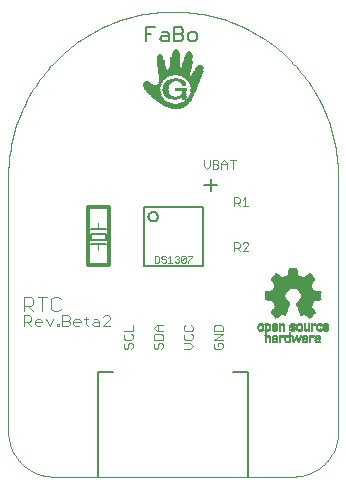
<source format=gto>
G75*
%MOIN*%
%OFA0B0*%
%FSLAX25Y25*%
%IPPOS*%
%LPD*%
%AMOC8*
5,1,8,0,0,1.08239X$1,22.5*
%
%ADD10C,0.00400*%
%ADD11C,0.00300*%
%ADD12C,0.00200*%
%ADD13C,0.00500*%
%ADD14C,0.00000*%
%ADD15C,0.01200*%
%ADD16C,0.00600*%
%ADD17R,0.01012X0.00046*%
%ADD18R,0.01840X0.00046*%
%ADD19R,0.02438X0.00046*%
%ADD20R,0.02852X0.00046*%
%ADD21R,0.03266X0.00046*%
%ADD22R,0.03634X0.00046*%
%ADD23R,0.03910X0.00046*%
%ADD24R,0.04232X0.00046*%
%ADD25R,0.04462X0.00046*%
%ADD26R,0.04738X0.00046*%
%ADD27R,0.04968X0.00046*%
%ADD28R,0.05198X0.00046*%
%ADD29R,0.05428X0.00046*%
%ADD30R,0.05612X0.00046*%
%ADD31R,0.05750X0.00046*%
%ADD32R,0.05980X0.00046*%
%ADD33R,0.06164X0.00046*%
%ADD34R,0.06394X0.00046*%
%ADD35R,0.06532X0.00046*%
%ADD36R,0.06716X0.00046*%
%ADD37R,0.06854X0.00046*%
%ADD38R,0.07038X0.00046*%
%ADD39R,0.07176X0.00046*%
%ADD40R,0.07360X0.00046*%
%ADD41R,0.07498X0.00046*%
%ADD42R,0.07636X0.00046*%
%ADD43R,0.07774X0.00046*%
%ADD44R,0.07958X0.00046*%
%ADD45R,0.08096X0.00046*%
%ADD46R,0.08234X0.00046*%
%ADD47R,0.08326X0.00046*%
%ADD48R,0.08464X0.00046*%
%ADD49R,0.08602X0.00046*%
%ADD50R,0.04048X0.00046*%
%ADD51R,0.03496X0.00046*%
%ADD52R,0.03772X0.00046*%
%ADD53R,0.03174X0.00046*%
%ADD54R,0.03588X0.00046*%
%ADD55R,0.03036X0.00046*%
%ADD56R,0.03542X0.00046*%
%ADD57R,0.03404X0.00046*%
%ADD58R,0.02760X0.00046*%
%ADD59R,0.03312X0.00046*%
%ADD60R,0.02668X0.00046*%
%ADD61R,0.03220X0.00046*%
%ADD62R,0.02576X0.00046*%
%ADD63R,0.03220X0.00046*%
%ADD64R,0.02484X0.00046*%
%ADD65R,0.03128X0.00046*%
%ADD66R,0.02346X0.00046*%
%ADD67R,0.02300X0.00046*%
%ADD68R,0.02254X0.00046*%
%ADD69R,0.02990X0.00046*%
%ADD70R,0.02162X0.00046*%
%ADD71R,0.02944X0.00046*%
%ADD72R,0.02116X0.00046*%
%ADD73R,0.02070X0.00046*%
%ADD74R,0.02024X0.00046*%
%ADD75R,0.02898X0.00046*%
%ADD76R,0.01978X0.00046*%
%ADD77R,0.01932X0.00046*%
%ADD78R,0.02898X0.00046*%
%ADD79R,0.01886X0.00046*%
%ADD80R,0.01840X0.00046*%
%ADD81R,0.01794X0.00046*%
%ADD82R,0.01748X0.00046*%
%ADD83R,0.01702X0.00046*%
%ADD84R,0.01656X0.00046*%
%ADD85R,0.01564X0.00046*%
%ADD86R,0.01610X0.00046*%
%ADD87R,0.02990X0.00046*%
%ADD88R,0.00506X0.00046*%
%ADD89R,0.01288X0.00046*%
%ADD90R,0.01518X0.00046*%
%ADD91R,0.01564X0.00046*%
%ADD92R,0.01334X0.00046*%
%ADD93R,0.01380X0.00046*%
%ADD94R,0.03082X0.00046*%
%ADD95R,0.01426X0.00046*%
%ADD96R,0.03818X0.00046*%
%ADD97R,0.04002X0.00046*%
%ADD98R,0.01472X0.00046*%
%ADD99R,0.04278X0.00046*%
%ADD100R,0.04462X0.00046*%
%ADD101R,0.04600X0.00046*%
%ADD102R,0.04784X0.00046*%
%ADD103R,0.01426X0.00046*%
%ADD104R,0.06440X0.00046*%
%ADD105R,0.06486X0.00046*%
%ADD106R,0.06578X0.00046*%
%ADD107R,0.02208X0.00046*%
%ADD108R,0.02714X0.00046*%
%ADD109R,0.03358X0.00046*%
%ADD110R,0.02070X0.00046*%
%ADD111R,0.03404X0.00046*%
%ADD112R,0.03450X0.00046*%
%ADD113R,0.01978X0.00046*%
%ADD114R,0.03634X0.00046*%
%ADD115R,0.03680X0.00046*%
%ADD116R,0.03726X0.00046*%
%ADD117R,0.03864X0.00046*%
%ADD118R,0.03956X0.00046*%
%ADD119R,0.04094X0.00046*%
%ADD120R,0.04140X0.00046*%
%ADD121R,0.04140X0.00046*%
%ADD122R,0.04186X0.00046*%
%ADD123R,0.01748X0.00046*%
%ADD124R,0.04324X0.00046*%
%ADD125R,0.04370X0.00046*%
%ADD126R,0.04416X0.00046*%
%ADD127R,0.04508X0.00046*%
%ADD128R,0.01656X0.00046*%
%ADD129R,0.04554X0.00046*%
%ADD130R,0.04646X0.00046*%
%ADD131R,0.04692X0.00046*%
%ADD132R,0.04784X0.00046*%
%ADD133R,0.04830X0.00046*%
%ADD134R,0.04876X0.00046*%
%ADD135R,0.04922X0.00046*%
%ADD136R,0.05014X0.00046*%
%ADD137R,0.05060X0.00046*%
%ADD138R,0.05106X0.00046*%
%ADD139R,0.05152X0.00046*%
%ADD140R,0.05244X0.00046*%
%ADD141R,0.05290X0.00046*%
%ADD142R,0.05382X0.00046*%
%ADD143R,0.02162X0.00046*%
%ADD144R,0.05474X0.00046*%
%ADD145R,0.05520X0.00046*%
%ADD146R,0.05566X0.00046*%
%ADD147R,0.05612X0.00046*%
%ADD148R,0.02392X0.00046*%
%ADD149R,0.05658X0.00046*%
%ADD150R,0.05704X0.00046*%
%ADD151R,0.02484X0.00046*%
%ADD152R,0.02530X0.00046*%
%ADD153R,0.05796X0.00046*%
%ADD154R,0.01242X0.00046*%
%ADD155R,0.01150X0.00046*%
%ADD156R,0.01104X0.00046*%
%ADD157R,0.02806X0.00046*%
%ADD158R,0.01058X0.00046*%
%ADD159R,0.01012X0.00046*%
%ADD160R,0.00966X0.00046*%
%ADD161R,0.02622X0.00046*%
%ADD162R,0.02576X0.00046*%
%ADD163R,0.02392X0.00046*%
%ADD164R,0.01334X0.00046*%
%ADD165R,0.00874X0.00046*%
%ADD166R,0.03726X0.00046*%
%ADD167R,0.00552X0.00046*%
%ADD168R,0.01196X0.00046*%
%ADD169R,0.01242X0.00046*%
%ADD170R,0.05336X0.00046*%
%ADD171R,0.02668X0.00046*%
%ADD172R,0.04876X0.00046*%
%ADD173R,0.05290X0.00046*%
%ADD174R,0.05520X0.00046*%
%ADD175R,0.05704X0.00046*%
%ADD176R,0.05888X0.00046*%
%ADD177R,0.05934X0.00046*%
%ADD178R,0.02806X0.00046*%
%ADD179R,0.06026X0.00046*%
%ADD180R,0.06164X0.00046*%
%ADD181R,0.06256X0.00046*%
%ADD182R,0.06348X0.00046*%
%ADD183R,0.03128X0.00046*%
%ADD184R,0.03956X0.00046*%
%ADD185R,0.10258X0.00046*%
%ADD186R,0.10304X0.00046*%
%ADD187R,0.10350X0.00046*%
%ADD188R,0.10396X0.00046*%
%ADD189R,0.10442X0.00046*%
%ADD190R,0.10488X0.00046*%
%ADD191R,0.10534X0.00046*%
%ADD192R,0.10580X0.00046*%
%ADD193R,0.07406X0.00046*%
%ADD194R,0.00736X0.00046*%
%ADD195R,0.03312X0.00046*%
%ADD196R,0.00920X0.00046*%
%ADD197R,0.00828X0.00046*%
%ADD198R,0.00690X0.00046*%
%ADD199R,0.00230X0.00046*%
%ADD200R,0.00782X0.00046*%
%ADD201R,0.00644X0.00046*%
%ADD202R,0.00276X0.00046*%
%ADD203R,0.00414X0.00046*%
%ADD204R,0.00650X0.00050*%
%ADD205R,0.00950X0.00050*%
%ADD206R,0.00800X0.00050*%
%ADD207R,0.00550X0.00050*%
%ADD208R,0.00600X0.00050*%
%ADD209R,0.01750X0.00050*%
%ADD210R,0.01000X0.00050*%
%ADD211R,0.01200X0.00050*%
%ADD212R,0.01800X0.00050*%
%ADD213R,0.01350X0.00050*%
%ADD214R,0.01900X0.00050*%
%ADD215R,0.00700X0.00050*%
%ADD216R,0.01850X0.00050*%
%ADD217R,0.01500X0.00050*%
%ADD218R,0.01950X0.00050*%
%ADD219R,0.01650X0.00050*%
%ADD220R,0.00750X0.00050*%
%ADD221R,0.02000X0.00050*%
%ADD222R,0.02050X0.00050*%
%ADD223R,0.00850X0.00050*%
%ADD224R,0.02100X0.00050*%
%ADD225R,0.00900X0.00050*%
%ADD226R,0.00450X0.00050*%
%ADD227R,0.00300X0.00050*%
%ADD228R,0.00200X0.00050*%
%ADD229R,0.01050X0.00050*%
%ADD230R,0.00100X0.00050*%
%ADD231R,0.01100X0.00050*%
%ADD232R,0.01150X0.00050*%
%ADD233R,0.02200X0.00050*%
%ADD234R,0.01250X0.00050*%
%ADD235R,0.00150X0.00050*%
%ADD236R,0.00250X0.00050*%
%ADD237R,0.00500X0.00050*%
%ADD238R,0.01550X0.00050*%
%ADD239R,0.01600X0.00050*%
%ADD240R,0.01700X0.00050*%
%ADD241R,0.01400X0.00050*%
%ADD242R,0.01300X0.00050*%
%ADD243R,0.00400X0.00050*%
%ADD244R,0.01450X0.00050*%
%ADD245R,0.02150X0.00050*%
%ADD246R,0.00350X0.00050*%
%ADD247R,0.00050X0.00050*%
%ADD248R,0.02250X0.00050*%
%ADD249R,0.02400X0.00050*%
%ADD250R,0.02500X0.00050*%
%ADD251R,0.02650X0.00050*%
%ADD252R,0.02750X0.00050*%
%ADD253R,0.02900X0.00050*%
%ADD254R,0.03000X0.00050*%
%ADD255R,0.03150X0.00050*%
%ADD256R,0.03250X0.00050*%
%ADD257R,0.04600X0.00050*%
%ADD258R,0.04650X0.00050*%
%ADD259R,0.04750X0.00050*%
%ADD260R,0.04800X0.00050*%
%ADD261R,0.04900X0.00050*%
%ADD262R,0.04950X0.00050*%
%ADD263R,0.05000X0.00050*%
%ADD264R,0.05100X0.00050*%
%ADD265R,0.05150X0.00050*%
%ADD266R,0.05200X0.00050*%
%ADD267R,0.05250X0.00050*%
%ADD268R,0.05050X0.00050*%
%ADD269R,0.04850X0.00050*%
%ADD270R,0.05300X0.00050*%
%ADD271R,0.05350X0.00050*%
%ADD272R,0.05450X0.00050*%
%ADD273R,0.05500X0.00050*%
%ADD274R,0.05550X0.00050*%
%ADD275R,0.05650X0.00050*%
%ADD276R,0.05600X0.00050*%
%ADD277R,0.05400X0.00050*%
%ADD278R,0.05700X0.00050*%
%ADD279R,0.05900X0.00050*%
%ADD280R,0.06150X0.00050*%
%ADD281R,0.06350X0.00050*%
%ADD282R,0.06550X0.00050*%
%ADD283R,0.06850X0.00050*%
%ADD284R,0.07050X0.00050*%
%ADD285R,0.07100X0.00050*%
%ADD286R,0.07000X0.00050*%
%ADD287R,0.06950X0.00050*%
%ADD288R,0.06900X0.00050*%
%ADD289R,0.06800X0.00050*%
%ADD290R,0.06600X0.00050*%
%ADD291R,0.05750X0.00050*%
%ADD292R,0.06050X0.00050*%
%ADD293R,0.13050X0.00050*%
%ADD294R,0.12950X0.00050*%
%ADD295R,0.12850X0.00050*%
%ADD296R,0.12750X0.00050*%
%ADD297R,0.12650X0.00050*%
%ADD298R,0.12550X0.00050*%
%ADD299R,0.12450X0.00050*%
%ADD300R,0.12350X0.00050*%
%ADD301R,0.12250X0.00050*%
%ADD302R,0.12150X0.00050*%
%ADD303R,0.13150X0.00050*%
%ADD304R,0.13250X0.00050*%
%ADD305R,0.13350X0.00050*%
%ADD306R,0.13450X0.00050*%
%ADD307R,0.13550X0.00050*%
%ADD308R,0.13650X0.00050*%
%ADD309R,0.13750X0.00050*%
%ADD310R,0.13850X0.00050*%
%ADD311R,0.13950X0.00050*%
%ADD312R,0.14050X0.00050*%
%ADD313R,0.14150X0.00050*%
%ADD314R,0.14250X0.00050*%
%ADD315R,0.14350X0.00050*%
%ADD316R,0.14450X0.00050*%
%ADD317R,0.14550X0.00050*%
%ADD318R,0.14650X0.00050*%
%ADD319R,0.14750X0.00050*%
%ADD320R,0.14850X0.00050*%
%ADD321R,0.14950X0.00050*%
%ADD322R,0.03450X0.00050*%
%ADD323R,0.06750X0.00050*%
%ADD324R,0.03300X0.00050*%
%ADD325R,0.06450X0.00050*%
%ADD326R,0.03200X0.00050*%
%ADD327R,0.06250X0.00050*%
%ADD328R,0.03050X0.00050*%
%ADD329R,0.05950X0.00050*%
%ADD330R,0.02950X0.00050*%
%ADD331R,0.02850X0.00050*%
%ADD332R,0.02800X0.00050*%
%ADD333R,0.02700X0.00050*%
%ADD334R,0.02600X0.00050*%
%ADD335R,0.02450X0.00050*%
%ADD336R,0.02350X0.00050*%
%ADD337R,0.04550X0.00050*%
%ADD338R,0.04250X0.00050*%
%ADD339R,0.04050X0.00050*%
%ADD340R,0.03750X0.00050*%
%ADD341R,0.03650X0.00050*%
%ADD342R,0.03550X0.00050*%
%ADD343R,0.03350X0.00050*%
D10*
X0012000Y0074206D02*
X0012000Y0078810D01*
X0014302Y0078810D01*
X0015069Y0078043D01*
X0015069Y0076508D01*
X0014302Y0075741D01*
X0012000Y0075741D01*
X0013535Y0075741D02*
X0015069Y0074206D01*
X0018139Y0074206D02*
X0018139Y0078810D01*
X0019673Y0078810D02*
X0016604Y0078810D01*
X0021208Y0078043D02*
X0021208Y0074973D01*
X0021975Y0074206D01*
X0023510Y0074206D01*
X0024277Y0074973D01*
X0024277Y0078043D02*
X0023510Y0078810D01*
X0021975Y0078810D01*
X0021208Y0078043D01*
D11*
X0024841Y0072859D02*
X0026693Y0072859D01*
X0027310Y0072242D01*
X0027310Y0071625D01*
X0026693Y0071007D01*
X0024841Y0071007D01*
X0023617Y0069773D02*
X0023617Y0069156D01*
X0022999Y0069156D01*
X0022999Y0069773D01*
X0023617Y0069773D01*
X0024841Y0069156D02*
X0026693Y0069156D01*
X0027310Y0069773D01*
X0027310Y0070390D01*
X0026693Y0071007D01*
X0024841Y0069156D02*
X0024841Y0072859D01*
X0021785Y0071625D02*
X0020551Y0069156D01*
X0019316Y0071625D01*
X0018102Y0071007D02*
X0018102Y0070390D01*
X0015633Y0070390D01*
X0015633Y0069773D02*
X0015633Y0071007D01*
X0016250Y0071625D01*
X0017485Y0071625D01*
X0018102Y0071007D01*
X0017485Y0069156D02*
X0016250Y0069156D01*
X0015633Y0069773D01*
X0014419Y0069156D02*
X0013184Y0070390D01*
X0013802Y0070390D02*
X0014419Y0071007D01*
X0014419Y0072242D01*
X0013802Y0072859D01*
X0011950Y0072859D01*
X0011950Y0069156D01*
X0011950Y0070390D02*
X0013802Y0070390D01*
X0028524Y0070390D02*
X0030993Y0070390D01*
X0030993Y0071007D01*
X0030376Y0071625D01*
X0029141Y0071625D01*
X0028524Y0071007D01*
X0028524Y0069773D01*
X0029141Y0069156D01*
X0030376Y0069156D01*
X0032824Y0069773D02*
X0033442Y0069156D01*
X0032824Y0069773D02*
X0032824Y0072242D01*
X0032207Y0071625D02*
X0033442Y0071625D01*
X0035280Y0071625D02*
X0036514Y0071625D01*
X0037131Y0071007D01*
X0037131Y0069156D01*
X0035280Y0069156D01*
X0034663Y0069773D01*
X0035280Y0070390D01*
X0037131Y0070390D01*
X0038346Y0069156D02*
X0040815Y0071625D01*
X0040815Y0072242D01*
X0040197Y0072859D01*
X0038963Y0072859D01*
X0038346Y0072242D01*
X0038346Y0069156D02*
X0040815Y0069156D01*
X0045348Y0067549D02*
X0048250Y0067549D01*
X0048250Y0069484D01*
X0047766Y0066537D02*
X0048250Y0066054D01*
X0048250Y0065086D01*
X0047766Y0064602D01*
X0045831Y0064602D01*
X0045348Y0065086D01*
X0045348Y0066054D01*
X0045831Y0066537D01*
X0045831Y0063591D02*
X0045348Y0063107D01*
X0045348Y0062140D01*
X0045831Y0061656D01*
X0046315Y0061656D01*
X0046799Y0062140D01*
X0046799Y0063107D01*
X0047283Y0063591D01*
X0047766Y0063591D01*
X0048250Y0063107D01*
X0048250Y0062140D01*
X0047766Y0061656D01*
X0055348Y0062140D02*
X0055831Y0061656D01*
X0056315Y0061656D01*
X0056799Y0062140D01*
X0056799Y0063107D01*
X0057283Y0063591D01*
X0057766Y0063591D01*
X0058250Y0063107D01*
X0058250Y0062140D01*
X0057766Y0061656D01*
X0055831Y0063591D02*
X0055348Y0063107D01*
X0055348Y0062140D01*
X0055348Y0064602D02*
X0055348Y0066054D01*
X0055831Y0066537D01*
X0057766Y0066537D01*
X0058250Y0066054D01*
X0058250Y0064602D01*
X0055348Y0064602D01*
X0056315Y0067549D02*
X0055348Y0068516D01*
X0056315Y0069484D01*
X0058250Y0069484D01*
X0058250Y0067549D02*
X0056315Y0067549D01*
X0056799Y0067549D02*
X0056799Y0069484D01*
X0065348Y0069000D02*
X0065348Y0068033D01*
X0065831Y0067549D01*
X0067766Y0067549D01*
X0068250Y0068033D01*
X0068250Y0069000D01*
X0067766Y0069484D01*
X0065831Y0069484D02*
X0065348Y0069000D01*
X0065831Y0066537D02*
X0065348Y0066054D01*
X0065348Y0065086D01*
X0065831Y0064602D01*
X0067766Y0064602D01*
X0068250Y0065086D01*
X0068250Y0066054D01*
X0067766Y0066537D01*
X0067283Y0063591D02*
X0065348Y0063591D01*
X0065348Y0061656D02*
X0067283Y0061656D01*
X0068250Y0062623D01*
X0067283Y0063591D01*
X0075348Y0063107D02*
X0075348Y0062140D01*
X0075831Y0061656D01*
X0077766Y0061656D01*
X0078250Y0062140D01*
X0078250Y0063107D01*
X0077766Y0063591D01*
X0076799Y0063591D01*
X0076799Y0062623D01*
X0075831Y0063591D02*
X0075348Y0063107D01*
X0075348Y0064602D02*
X0078250Y0066537D01*
X0075348Y0066537D01*
X0075348Y0067549D02*
X0075348Y0069000D01*
X0075831Y0069484D01*
X0077766Y0069484D01*
X0078250Y0069000D01*
X0078250Y0067549D01*
X0075348Y0067549D01*
X0075348Y0064602D02*
X0078250Y0064602D01*
X0081950Y0094156D02*
X0081950Y0097058D01*
X0083401Y0097058D01*
X0083885Y0096575D01*
X0083885Y0095607D01*
X0083401Y0095123D01*
X0081950Y0095123D01*
X0082917Y0095123D02*
X0083885Y0094156D01*
X0084897Y0094156D02*
X0086831Y0096091D01*
X0086831Y0096575D01*
X0086348Y0097058D01*
X0085380Y0097058D01*
X0084897Y0096575D01*
X0084897Y0094156D02*
X0086831Y0094156D01*
X0086831Y0109156D02*
X0084897Y0109156D01*
X0085864Y0109156D02*
X0085864Y0112058D01*
X0084897Y0111091D01*
X0083885Y0111575D02*
X0083885Y0110607D01*
X0083401Y0110123D01*
X0081950Y0110123D01*
X0081950Y0109156D02*
X0081950Y0112058D01*
X0083401Y0112058D01*
X0083885Y0111575D01*
X0082917Y0110123D02*
X0083885Y0109156D01*
X0081757Y0121656D02*
X0081757Y0124558D01*
X0080790Y0124558D02*
X0082725Y0124558D01*
X0079778Y0123591D02*
X0079778Y0121656D01*
X0079778Y0123107D02*
X0077843Y0123107D01*
X0077843Y0123591D02*
X0078811Y0124558D01*
X0079778Y0123591D01*
X0077843Y0123591D02*
X0077843Y0121656D01*
X0076831Y0122140D02*
X0076348Y0121656D01*
X0074897Y0121656D01*
X0074897Y0124558D01*
X0076348Y0124558D01*
X0076831Y0124075D01*
X0076831Y0123591D01*
X0076348Y0123107D01*
X0074897Y0123107D01*
X0073885Y0122623D02*
X0073885Y0124558D01*
X0073885Y0122623D02*
X0072917Y0121656D01*
X0071950Y0122623D01*
X0071950Y0124558D01*
X0076348Y0123107D02*
X0076831Y0122623D01*
X0076831Y0122140D01*
D12*
X0068167Y0092558D02*
X0066699Y0092558D01*
X0065957Y0092191D02*
X0065590Y0092558D01*
X0064856Y0092558D01*
X0064490Y0092191D01*
X0064490Y0090723D01*
X0065957Y0092191D01*
X0065957Y0090723D01*
X0065590Y0090356D01*
X0064856Y0090356D01*
X0064490Y0090723D01*
X0063748Y0090723D02*
X0063381Y0090356D01*
X0062647Y0090356D01*
X0062280Y0090723D01*
X0061538Y0090356D02*
X0060070Y0090356D01*
X0060804Y0090356D02*
X0060804Y0092558D01*
X0060070Y0091824D01*
X0059328Y0092191D02*
X0058961Y0092558D01*
X0058227Y0092558D01*
X0057860Y0092191D01*
X0057860Y0091824D01*
X0058227Y0091457D01*
X0058961Y0091457D01*
X0059328Y0091090D01*
X0059328Y0090723D01*
X0058961Y0090356D01*
X0058227Y0090356D01*
X0057860Y0090723D01*
X0057118Y0090723D02*
X0057118Y0092191D01*
X0056751Y0092558D01*
X0055650Y0092558D01*
X0055650Y0090356D01*
X0056751Y0090356D01*
X0057118Y0090723D01*
X0062280Y0092191D02*
X0062647Y0092558D01*
X0063381Y0092558D01*
X0063748Y0092191D01*
X0063748Y0091824D01*
X0063381Y0091457D01*
X0063748Y0091090D01*
X0063748Y0090723D01*
X0063381Y0091457D02*
X0063014Y0091457D01*
X0066699Y0090723D02*
X0066699Y0090356D01*
X0066699Y0090723D02*
X0068167Y0092191D01*
X0068167Y0092558D01*
X0036800Y0094506D02*
X0036800Y0096506D01*
X0036800Y0101506D02*
X0036800Y0103506D01*
D13*
X0051957Y0108848D02*
X0051957Y0089163D01*
X0071643Y0089163D01*
X0071643Y0108848D01*
X0051957Y0108848D01*
X0053532Y0105699D02*
X0053534Y0105778D01*
X0053540Y0105857D01*
X0053550Y0105936D01*
X0053564Y0106014D01*
X0053581Y0106091D01*
X0053603Y0106167D01*
X0053628Y0106242D01*
X0053658Y0106315D01*
X0053690Y0106387D01*
X0053727Y0106458D01*
X0053767Y0106526D01*
X0053810Y0106592D01*
X0053856Y0106656D01*
X0053906Y0106718D01*
X0053959Y0106777D01*
X0054014Y0106833D01*
X0054073Y0106887D01*
X0054134Y0106937D01*
X0054197Y0106985D01*
X0054263Y0107029D01*
X0054331Y0107070D01*
X0054401Y0107107D01*
X0054472Y0107141D01*
X0054546Y0107171D01*
X0054620Y0107197D01*
X0054696Y0107219D01*
X0054773Y0107238D01*
X0054851Y0107253D01*
X0054929Y0107264D01*
X0055008Y0107271D01*
X0055087Y0107274D01*
X0055166Y0107273D01*
X0055245Y0107268D01*
X0055324Y0107259D01*
X0055402Y0107246D01*
X0055479Y0107229D01*
X0055556Y0107209D01*
X0055631Y0107184D01*
X0055705Y0107156D01*
X0055778Y0107124D01*
X0055848Y0107089D01*
X0055917Y0107050D01*
X0055984Y0107007D01*
X0056049Y0106961D01*
X0056111Y0106913D01*
X0056171Y0106861D01*
X0056228Y0106806D01*
X0056282Y0106748D01*
X0056333Y0106688D01*
X0056381Y0106625D01*
X0056426Y0106560D01*
X0056468Y0106492D01*
X0056506Y0106423D01*
X0056540Y0106352D01*
X0056571Y0106279D01*
X0056599Y0106204D01*
X0056622Y0106129D01*
X0056642Y0106052D01*
X0056658Y0105975D01*
X0056670Y0105896D01*
X0056678Y0105818D01*
X0056682Y0105739D01*
X0056682Y0105659D01*
X0056678Y0105580D01*
X0056670Y0105502D01*
X0056658Y0105423D01*
X0056642Y0105346D01*
X0056622Y0105269D01*
X0056599Y0105194D01*
X0056571Y0105119D01*
X0056540Y0105046D01*
X0056506Y0104975D01*
X0056468Y0104906D01*
X0056426Y0104838D01*
X0056381Y0104773D01*
X0056333Y0104710D01*
X0056282Y0104650D01*
X0056228Y0104592D01*
X0056171Y0104537D01*
X0056111Y0104485D01*
X0056049Y0104437D01*
X0055984Y0104391D01*
X0055917Y0104348D01*
X0055848Y0104309D01*
X0055778Y0104274D01*
X0055705Y0104242D01*
X0055631Y0104214D01*
X0055556Y0104189D01*
X0055479Y0104169D01*
X0055402Y0104152D01*
X0055324Y0104139D01*
X0055245Y0104130D01*
X0055166Y0104125D01*
X0055087Y0104124D01*
X0055008Y0104127D01*
X0054929Y0104134D01*
X0054851Y0104145D01*
X0054773Y0104160D01*
X0054696Y0104179D01*
X0054620Y0104201D01*
X0054546Y0104227D01*
X0054472Y0104257D01*
X0054401Y0104291D01*
X0054331Y0104328D01*
X0054263Y0104369D01*
X0054197Y0104413D01*
X0054134Y0104461D01*
X0054073Y0104511D01*
X0054014Y0104565D01*
X0053959Y0104621D01*
X0053906Y0104680D01*
X0053856Y0104742D01*
X0053810Y0104806D01*
X0053767Y0104872D01*
X0053727Y0104940D01*
X0053690Y0105011D01*
X0053658Y0105083D01*
X0053628Y0105156D01*
X0053603Y0105231D01*
X0053581Y0105307D01*
X0053564Y0105384D01*
X0053550Y0105462D01*
X0053540Y0105541D01*
X0053534Y0105620D01*
X0053532Y0105699D01*
X0072210Y0116252D02*
X0076280Y0116252D01*
X0074245Y0114217D02*
X0074245Y0118287D01*
X0068906Y0164256D02*
X0067405Y0164256D01*
X0066654Y0165007D01*
X0066654Y0166508D01*
X0067405Y0167258D01*
X0068906Y0167258D01*
X0069656Y0166508D01*
X0069656Y0165007D01*
X0068906Y0164256D01*
X0065053Y0165007D02*
X0064302Y0164256D01*
X0062050Y0164256D01*
X0062050Y0168760D01*
X0064302Y0168760D01*
X0065053Y0168009D01*
X0065053Y0167258D01*
X0064302Y0166508D01*
X0062050Y0166508D01*
X0060449Y0166508D02*
X0060449Y0164256D01*
X0058197Y0164256D01*
X0057446Y0165007D01*
X0058197Y0165757D01*
X0060449Y0165757D01*
X0060449Y0166508D02*
X0059698Y0167258D01*
X0058197Y0167258D01*
X0055845Y0168760D02*
X0052842Y0168760D01*
X0052842Y0164256D01*
X0052842Y0166508D02*
X0054343Y0166508D01*
X0064302Y0166508D02*
X0065053Y0165757D01*
X0065053Y0165007D01*
X0081800Y0054006D02*
X0086800Y0054006D01*
X0086800Y0019006D01*
X0041800Y0054006D02*
X0036800Y0054006D01*
X0036800Y0019006D01*
D14*
X0021800Y0019006D02*
X0101800Y0019006D01*
X0102162Y0019010D01*
X0102525Y0019024D01*
X0102887Y0019045D01*
X0103248Y0019076D01*
X0103608Y0019115D01*
X0103967Y0019163D01*
X0104325Y0019220D01*
X0104682Y0019285D01*
X0105037Y0019359D01*
X0105390Y0019442D01*
X0105741Y0019533D01*
X0106089Y0019632D01*
X0106435Y0019740D01*
X0106779Y0019856D01*
X0107119Y0019981D01*
X0107456Y0020113D01*
X0107790Y0020254D01*
X0108121Y0020403D01*
X0108448Y0020560D01*
X0108771Y0020724D01*
X0109090Y0020896D01*
X0109404Y0021076D01*
X0109715Y0021264D01*
X0110020Y0021459D01*
X0110321Y0021661D01*
X0110617Y0021871D01*
X0110907Y0022087D01*
X0111193Y0022311D01*
X0111473Y0022541D01*
X0111747Y0022778D01*
X0112015Y0023022D01*
X0112278Y0023272D01*
X0112534Y0023528D01*
X0112784Y0023791D01*
X0113028Y0024059D01*
X0113265Y0024333D01*
X0113495Y0024613D01*
X0113719Y0024899D01*
X0113935Y0025189D01*
X0114145Y0025485D01*
X0114347Y0025786D01*
X0114542Y0026091D01*
X0114730Y0026402D01*
X0114910Y0026716D01*
X0115082Y0027035D01*
X0115246Y0027358D01*
X0115403Y0027685D01*
X0115552Y0028016D01*
X0115693Y0028350D01*
X0115825Y0028687D01*
X0115950Y0029027D01*
X0116066Y0029371D01*
X0116174Y0029717D01*
X0116273Y0030065D01*
X0116364Y0030416D01*
X0116447Y0030769D01*
X0116521Y0031124D01*
X0116586Y0031481D01*
X0116643Y0031839D01*
X0116691Y0032198D01*
X0116730Y0032558D01*
X0116761Y0032919D01*
X0116782Y0033281D01*
X0116796Y0033644D01*
X0116800Y0034006D01*
X0116800Y0119006D01*
X0116784Y0120345D01*
X0116735Y0121684D01*
X0116653Y0123021D01*
X0116539Y0124355D01*
X0116393Y0125687D01*
X0116214Y0127014D01*
X0116003Y0128337D01*
X0115759Y0129654D01*
X0115484Y0130965D01*
X0115177Y0132268D01*
X0114838Y0133564D01*
X0114468Y0134851D01*
X0114067Y0136129D01*
X0113634Y0137397D01*
X0113171Y0138654D01*
X0112677Y0139899D01*
X0112153Y0141132D01*
X0111600Y0142351D01*
X0111016Y0143557D01*
X0110404Y0144748D01*
X0109763Y0145924D01*
X0109093Y0147084D01*
X0108395Y0148227D01*
X0107670Y0149353D01*
X0106917Y0150461D01*
X0106138Y0151551D01*
X0105332Y0152621D01*
X0104501Y0153671D01*
X0103644Y0154700D01*
X0102762Y0155709D01*
X0101857Y0156695D01*
X0100927Y0157659D01*
X0099974Y0158601D01*
X0098999Y0159519D01*
X0098001Y0160412D01*
X0096982Y0161282D01*
X0095942Y0162126D01*
X0094882Y0162944D01*
X0093802Y0163737D01*
X0092704Y0164503D01*
X0091586Y0165242D01*
X0090452Y0165954D01*
X0089300Y0166637D01*
X0088132Y0167293D01*
X0086948Y0167920D01*
X0085750Y0168518D01*
X0084537Y0169086D01*
X0083311Y0169625D01*
X0082072Y0170134D01*
X0080821Y0170612D01*
X0079558Y0171060D01*
X0078286Y0171477D01*
X0077003Y0171863D01*
X0075711Y0172218D01*
X0074411Y0172541D01*
X0073104Y0172832D01*
X0071790Y0173091D01*
X0070470Y0173318D01*
X0069145Y0173513D01*
X0067815Y0173676D01*
X0066482Y0173806D01*
X0065147Y0173904D01*
X0063809Y0173969D01*
X0062470Y0174002D01*
X0061130Y0174002D01*
X0059791Y0173969D01*
X0058453Y0173904D01*
X0057118Y0173806D01*
X0055785Y0173676D01*
X0054455Y0173513D01*
X0053130Y0173318D01*
X0051810Y0173091D01*
X0050496Y0172832D01*
X0049189Y0172541D01*
X0047889Y0172218D01*
X0046597Y0171863D01*
X0045314Y0171477D01*
X0044042Y0171060D01*
X0042779Y0170612D01*
X0041528Y0170134D01*
X0040289Y0169625D01*
X0039063Y0169086D01*
X0037850Y0168518D01*
X0036652Y0167920D01*
X0035468Y0167293D01*
X0034300Y0166637D01*
X0033148Y0165954D01*
X0032014Y0165242D01*
X0030896Y0164503D01*
X0029798Y0163737D01*
X0028718Y0162944D01*
X0027658Y0162126D01*
X0026618Y0161282D01*
X0025599Y0160412D01*
X0024601Y0159519D01*
X0023626Y0158601D01*
X0022673Y0157659D01*
X0021743Y0156695D01*
X0020838Y0155709D01*
X0019956Y0154700D01*
X0019099Y0153671D01*
X0018268Y0152621D01*
X0017462Y0151551D01*
X0016683Y0150461D01*
X0015930Y0149353D01*
X0015205Y0148227D01*
X0014507Y0147084D01*
X0013837Y0145924D01*
X0013196Y0144748D01*
X0012584Y0143557D01*
X0012000Y0142351D01*
X0011447Y0141132D01*
X0010923Y0139899D01*
X0010429Y0138654D01*
X0009966Y0137397D01*
X0009533Y0136129D01*
X0009132Y0134851D01*
X0008762Y0133564D01*
X0008423Y0132268D01*
X0008116Y0130965D01*
X0007841Y0129654D01*
X0007597Y0128337D01*
X0007386Y0127014D01*
X0007207Y0125687D01*
X0007061Y0124355D01*
X0006947Y0123021D01*
X0006865Y0121684D01*
X0006816Y0120345D01*
X0006800Y0119006D01*
X0006800Y0034006D01*
X0006804Y0033644D01*
X0006818Y0033281D01*
X0006839Y0032919D01*
X0006870Y0032558D01*
X0006909Y0032198D01*
X0006957Y0031839D01*
X0007014Y0031481D01*
X0007079Y0031124D01*
X0007153Y0030769D01*
X0007236Y0030416D01*
X0007327Y0030065D01*
X0007426Y0029717D01*
X0007534Y0029371D01*
X0007650Y0029027D01*
X0007775Y0028687D01*
X0007907Y0028350D01*
X0008048Y0028016D01*
X0008197Y0027685D01*
X0008354Y0027358D01*
X0008518Y0027035D01*
X0008690Y0026716D01*
X0008870Y0026402D01*
X0009058Y0026091D01*
X0009253Y0025786D01*
X0009455Y0025485D01*
X0009665Y0025189D01*
X0009881Y0024899D01*
X0010105Y0024613D01*
X0010335Y0024333D01*
X0010572Y0024059D01*
X0010816Y0023791D01*
X0011066Y0023528D01*
X0011322Y0023272D01*
X0011585Y0023022D01*
X0011853Y0022778D01*
X0012127Y0022541D01*
X0012407Y0022311D01*
X0012693Y0022087D01*
X0012983Y0021871D01*
X0013279Y0021661D01*
X0013580Y0021459D01*
X0013885Y0021264D01*
X0014196Y0021076D01*
X0014510Y0020896D01*
X0014829Y0020724D01*
X0015152Y0020560D01*
X0015479Y0020403D01*
X0015810Y0020254D01*
X0016144Y0020113D01*
X0016481Y0019981D01*
X0016821Y0019856D01*
X0017165Y0019740D01*
X0017511Y0019632D01*
X0017859Y0019533D01*
X0018210Y0019442D01*
X0018563Y0019359D01*
X0018918Y0019285D01*
X0019275Y0019220D01*
X0019633Y0019163D01*
X0019992Y0019115D01*
X0020352Y0019076D01*
X0020713Y0019045D01*
X0021075Y0019024D01*
X0021438Y0019010D01*
X0021800Y0019006D01*
D15*
X0033257Y0089557D02*
X0040343Y0089557D01*
X0040343Y0108848D01*
X0033257Y0108848D01*
X0033257Y0089557D01*
D16*
X0034300Y0096506D02*
X0036800Y0096506D01*
X0039300Y0096506D01*
X0039300Y0098006D02*
X0039300Y0100006D01*
X0034300Y0100006D01*
X0034300Y0098006D01*
X0039300Y0098006D01*
X0039300Y0101506D02*
X0036800Y0101506D01*
X0034300Y0101506D01*
D17*
X0062679Y0141506D03*
D18*
X0062679Y0141552D03*
X0065209Y0146014D03*
X0066635Y0144082D03*
X0068521Y0147762D03*
X0068521Y0147808D03*
X0064703Y0150476D03*
X0059965Y0150016D03*
X0059919Y0149970D03*
X0059827Y0149832D03*
X0059781Y0149786D03*
X0059735Y0149694D03*
X0058079Y0151442D03*
X0059735Y0146060D03*
X0059781Y0146014D03*
X0053065Y0150246D03*
X0062679Y0160320D03*
X0067049Y0159722D03*
D19*
X0066934Y0158940D03*
X0066934Y0158894D03*
X0062656Y0159584D03*
X0062656Y0159630D03*
X0057596Y0157422D03*
X0057596Y0157376D03*
X0057596Y0157330D03*
X0058378Y0151902D03*
X0061046Y0150706D03*
X0060632Y0145416D03*
X0062656Y0141598D03*
X0064910Y0145600D03*
X0065784Y0143392D03*
X0068682Y0148912D03*
X0068682Y0148958D03*
X0053134Y0149924D03*
D20*
X0058079Y0154846D03*
X0058033Y0155030D03*
X0058033Y0155076D03*
X0057987Y0155168D03*
X0057987Y0155214D03*
X0057987Y0155260D03*
X0057941Y0155398D03*
X0057941Y0155444D03*
X0058539Y0152132D03*
X0062587Y0158710D03*
X0062587Y0158756D03*
X0062587Y0158802D03*
X0062587Y0158848D03*
X0065945Y0152362D03*
X0068705Y0149556D03*
X0070407Y0154386D03*
X0070407Y0154432D03*
X0066773Y0157790D03*
X0066773Y0157836D03*
X0066773Y0157882D03*
X0066773Y0157928D03*
X0060931Y0145370D03*
X0062679Y0141644D03*
X0065347Y0143162D03*
X0057711Y0144174D03*
D21*
X0056446Y0145416D03*
X0056400Y0145462D03*
X0058746Y0152316D03*
X0062426Y0157192D03*
X0062426Y0157238D03*
X0062426Y0157284D03*
X0062426Y0157330D03*
X0062426Y0157376D03*
X0068682Y0150062D03*
X0069878Y0153098D03*
X0069878Y0153144D03*
X0069924Y0153190D03*
X0062196Y0144864D03*
X0062656Y0141690D03*
D22*
X0062656Y0141736D03*
X0064312Y0145370D03*
X0053594Y0149234D03*
D23*
X0059022Y0152546D03*
X0062196Y0154248D03*
X0062196Y0154294D03*
X0062196Y0154340D03*
X0062196Y0154386D03*
X0062656Y0141782D03*
D24*
X0062633Y0141828D03*
X0062679Y0151074D03*
X0068567Y0150936D03*
X0055411Y0146796D03*
D25*
X0062610Y0141874D03*
X0068498Y0151120D03*
D26*
X0068452Y0151304D03*
X0062610Y0141920D03*
X0055066Y0147394D03*
D27*
X0054905Y0147762D03*
X0062587Y0141966D03*
X0068383Y0151488D03*
D28*
X0068314Y0151626D03*
X0062610Y0142012D03*
X0054790Y0148084D03*
X0054790Y0148130D03*
D29*
X0054721Y0148406D03*
X0054721Y0148452D03*
X0054721Y0148498D03*
X0062633Y0150752D03*
X0062587Y0142058D03*
D30*
X0062587Y0142104D03*
D31*
X0062564Y0142150D03*
X0054652Y0149096D03*
X0068176Y0151948D03*
D32*
X0062541Y0142196D03*
D33*
X0062541Y0142242D03*
D34*
X0062518Y0142288D03*
D35*
X0062495Y0142334D03*
D36*
X0062495Y0142380D03*
D37*
X0062472Y0142426D03*
D38*
X0062472Y0142472D03*
D39*
X0062449Y0142518D03*
D40*
X0062449Y0142564D03*
X0063783Y0153604D03*
X0063783Y0153650D03*
X0063829Y0153788D03*
D41*
X0062426Y0142610D03*
D42*
X0062403Y0142656D03*
D43*
X0062380Y0142702D03*
D44*
X0062380Y0142748D03*
D45*
X0062357Y0142794D03*
D46*
X0062334Y0142840D03*
D47*
X0062334Y0142886D03*
D48*
X0062311Y0142932D03*
D49*
X0062288Y0142978D03*
D50*
X0059919Y0143024D03*
X0055549Y0146566D03*
X0062219Y0153972D03*
X0068567Y0150798D03*
D51*
X0068659Y0150292D03*
X0069533Y0152546D03*
X0069579Y0152592D03*
X0065577Y0152592D03*
X0062311Y0155950D03*
X0062311Y0155996D03*
X0062311Y0156042D03*
X0062311Y0156088D03*
X0062311Y0156134D03*
X0062311Y0156180D03*
X0056055Y0145876D03*
X0056101Y0145830D03*
X0053525Y0149280D03*
X0064887Y0143024D03*
D52*
X0064243Y0148314D03*
X0062219Y0154662D03*
X0062219Y0154708D03*
X0062219Y0154754D03*
X0062219Y0154800D03*
X0062219Y0154846D03*
X0055779Y0146244D03*
X0055825Y0146198D03*
X0059735Y0143070D03*
D53*
X0056676Y0145140D03*
X0056630Y0145186D03*
X0056584Y0145232D03*
X0053364Y0149464D03*
X0058470Y0153604D03*
X0062472Y0157652D03*
X0062472Y0157698D03*
X0062472Y0157744D03*
X0062472Y0157790D03*
X0062472Y0157836D03*
X0066106Y0154478D03*
X0066060Y0154294D03*
X0066014Y0154156D03*
X0066014Y0154110D03*
X0065968Y0154018D03*
X0065968Y0153972D03*
X0065922Y0153834D03*
X0065738Y0152500D03*
X0070016Y0153420D03*
X0070062Y0153512D03*
X0065094Y0143070D03*
D54*
X0059551Y0143116D03*
X0058907Y0152454D03*
X0062265Y0155444D03*
X0062265Y0155490D03*
X0062265Y0155536D03*
X0062265Y0155582D03*
X0062265Y0155628D03*
X0068659Y0150384D03*
X0069441Y0152408D03*
D55*
X0070223Y0153926D03*
X0070269Y0154018D03*
X0066543Y0156456D03*
X0066543Y0156502D03*
X0066543Y0156548D03*
X0066589Y0156686D03*
X0066589Y0156732D03*
X0066589Y0156778D03*
X0066589Y0156824D03*
X0066635Y0156916D03*
X0066635Y0156962D03*
X0066635Y0157008D03*
X0066635Y0157054D03*
X0062541Y0158250D03*
X0062541Y0158296D03*
X0062541Y0158342D03*
X0062541Y0158388D03*
X0058309Y0154064D03*
X0058309Y0154018D03*
X0058355Y0153972D03*
X0058355Y0153926D03*
X0058631Y0152224D03*
X0053295Y0149556D03*
X0056929Y0144864D03*
X0058631Y0143530D03*
X0058723Y0143484D03*
X0065209Y0143116D03*
X0068705Y0149786D03*
D56*
X0068682Y0150338D03*
X0069464Y0152454D03*
X0069510Y0152500D03*
X0062288Y0155674D03*
X0062288Y0155720D03*
X0062288Y0155766D03*
X0062288Y0155812D03*
X0062288Y0155858D03*
X0062288Y0155904D03*
X0062196Y0144910D03*
X0059436Y0143162D03*
X0056032Y0145922D03*
D57*
X0056239Y0145646D03*
X0056285Y0145600D03*
X0059321Y0143208D03*
X0053479Y0149326D03*
X0069671Y0152730D03*
D58*
X0070453Y0154570D03*
X0066819Y0158112D03*
X0066819Y0158158D03*
X0066819Y0158204D03*
X0062633Y0159032D03*
X0057803Y0156134D03*
X0057803Y0156088D03*
X0057803Y0156042D03*
X0057803Y0155996D03*
X0057849Y0155950D03*
X0057849Y0155904D03*
X0057849Y0155858D03*
X0057849Y0155812D03*
X0053203Y0149740D03*
X0065439Y0143208D03*
X0068705Y0149418D03*
D59*
X0068705Y0150108D03*
X0069763Y0152914D03*
X0069809Y0152960D03*
X0069809Y0153006D03*
X0069855Y0153052D03*
X0065669Y0152546D03*
X0059183Y0143254D03*
X0056377Y0145508D03*
X0053433Y0149372D03*
D60*
X0053203Y0149786D03*
X0057757Y0156364D03*
X0057757Y0156410D03*
X0057757Y0156456D03*
X0057711Y0156548D03*
X0057711Y0156594D03*
X0057711Y0156640D03*
X0062633Y0159170D03*
X0062633Y0159216D03*
X0062633Y0159262D03*
X0066865Y0158480D03*
X0066865Y0158434D03*
X0066865Y0158388D03*
X0070499Y0154708D03*
X0068705Y0149326D03*
X0068705Y0149280D03*
X0068705Y0149234D03*
X0065531Y0143254D03*
D61*
X0068705Y0149970D03*
X0068705Y0150016D03*
X0065945Y0153880D03*
X0065945Y0153926D03*
X0059091Y0143300D03*
X0056469Y0145370D03*
X0053387Y0149418D03*
D62*
X0058447Y0151994D03*
X0057665Y0156824D03*
X0057665Y0156870D03*
X0057665Y0156916D03*
X0057665Y0156962D03*
X0062633Y0159354D03*
X0068705Y0149188D03*
X0068705Y0149142D03*
X0064841Y0145554D03*
X0065623Y0143300D03*
X0062219Y0144772D03*
X0070545Y0154846D03*
D63*
X0070039Y0153466D03*
X0069993Y0153374D03*
X0069993Y0153328D03*
X0069947Y0153282D03*
X0069947Y0153236D03*
X0062449Y0157422D03*
X0062449Y0157468D03*
X0062449Y0157514D03*
X0062449Y0157560D03*
X0062449Y0157606D03*
X0056515Y0145324D03*
X0056561Y0145278D03*
X0058999Y0143346D03*
D64*
X0065715Y0143346D03*
X0062679Y0159538D03*
D65*
X0062495Y0158020D03*
X0062495Y0157974D03*
X0062495Y0157928D03*
X0062495Y0157882D03*
X0066405Y0155812D03*
X0066313Y0155398D03*
X0066313Y0155352D03*
X0066267Y0155168D03*
X0066267Y0155122D03*
X0066221Y0154984D03*
X0066221Y0154938D03*
X0066221Y0154892D03*
X0066175Y0154800D03*
X0066175Y0154754D03*
X0066175Y0154708D03*
X0066129Y0154662D03*
X0066129Y0154616D03*
X0066129Y0154570D03*
X0066129Y0154524D03*
X0066083Y0154432D03*
X0066083Y0154386D03*
X0066083Y0154340D03*
X0066037Y0154248D03*
X0066037Y0154202D03*
X0070085Y0153604D03*
X0070085Y0153558D03*
X0070131Y0153650D03*
X0070131Y0153696D03*
X0068705Y0149924D03*
X0068705Y0149878D03*
X0064565Y0145416D03*
X0062725Y0151258D03*
X0058447Y0153650D03*
X0058447Y0153696D03*
X0058401Y0153788D03*
X0056745Y0145094D03*
X0058815Y0143438D03*
X0058907Y0143392D03*
D66*
X0060540Y0145462D03*
X0064956Y0145646D03*
X0065876Y0143438D03*
X0068682Y0148774D03*
X0068682Y0148820D03*
X0070614Y0155076D03*
X0066980Y0159078D03*
X0066980Y0159124D03*
X0057550Y0157652D03*
X0057550Y0157606D03*
X0057550Y0157560D03*
D67*
X0057527Y0157698D03*
X0057527Y0157744D03*
X0057527Y0157790D03*
X0062679Y0159768D03*
X0062679Y0159814D03*
X0062679Y0159860D03*
X0067003Y0159170D03*
X0070637Y0155168D03*
X0070637Y0155122D03*
X0068659Y0148728D03*
X0068659Y0148682D03*
X0068659Y0148636D03*
X0065945Y0143484D03*
X0064243Y0150706D03*
X0058309Y0151810D03*
X0053111Y0150016D03*
D68*
X0053088Y0150062D03*
X0058286Y0151764D03*
X0060908Y0150660D03*
X0065002Y0145692D03*
X0066014Y0143530D03*
X0070660Y0155214D03*
X0066980Y0159216D03*
X0057504Y0157928D03*
X0057504Y0157882D03*
X0057504Y0157836D03*
D69*
X0058194Y0154432D03*
X0058240Y0154294D03*
X0058240Y0154248D03*
X0056998Y0144818D03*
X0057044Y0144772D03*
X0057090Y0144726D03*
X0057228Y0144588D03*
X0058562Y0143576D03*
X0066612Y0156870D03*
X0066658Y0157100D03*
X0066658Y0157146D03*
X0066658Y0157192D03*
X0066658Y0157238D03*
X0066704Y0157422D03*
X0070292Y0154110D03*
X0070292Y0154064D03*
X0070246Y0153972D03*
X0068728Y0149740D03*
D70*
X0070660Y0155260D03*
X0067026Y0159354D03*
X0062748Y0151350D03*
X0060770Y0150614D03*
X0060310Y0145554D03*
X0062242Y0144726D03*
X0066060Y0143576D03*
X0066106Y0143622D03*
X0057458Y0158066D03*
X0057458Y0158112D03*
X0053088Y0150108D03*
D71*
X0053295Y0149602D03*
X0057297Y0144542D03*
X0057343Y0144496D03*
X0057389Y0144450D03*
X0057435Y0144404D03*
X0058263Y0143760D03*
X0058355Y0143714D03*
X0058401Y0143668D03*
X0058493Y0143622D03*
X0062219Y0144818D03*
X0058585Y0152178D03*
X0058217Y0154340D03*
X0058217Y0154386D03*
X0058171Y0154478D03*
X0058171Y0154524D03*
X0058125Y0154662D03*
X0062587Y0158572D03*
X0066727Y0157560D03*
X0066727Y0157514D03*
X0066727Y0157468D03*
X0066681Y0157376D03*
X0066681Y0157330D03*
X0066681Y0157284D03*
X0065899Y0152408D03*
X0068705Y0149694D03*
X0068705Y0149648D03*
X0070315Y0154156D03*
X0070315Y0154202D03*
X0070361Y0154294D03*
D72*
X0070683Y0155306D03*
X0067003Y0159400D03*
X0062679Y0159998D03*
X0062679Y0160044D03*
X0057435Y0158204D03*
X0057435Y0158158D03*
X0058217Y0151672D03*
X0060701Y0150568D03*
X0065071Y0145784D03*
X0066175Y0143668D03*
X0068613Y0148314D03*
X0068613Y0148360D03*
D73*
X0065094Y0145830D03*
X0066244Y0143714D03*
X0058194Y0151626D03*
X0062702Y0160090D03*
X0070706Y0155352D03*
D74*
X0067049Y0159538D03*
X0062679Y0160136D03*
X0057435Y0158296D03*
X0057435Y0158250D03*
X0058171Y0151580D03*
X0060517Y0150476D03*
X0060149Y0145646D03*
X0066313Y0143760D03*
X0068567Y0148084D03*
X0068567Y0148130D03*
X0053065Y0150154D03*
D75*
X0058056Y0154892D03*
X0058056Y0154938D03*
X0058056Y0154984D03*
X0058102Y0154800D03*
X0058102Y0154754D03*
X0058102Y0154708D03*
X0058148Y0154616D03*
X0058148Y0154570D03*
X0064680Y0145462D03*
X0058194Y0143806D03*
X0058148Y0143852D03*
X0058056Y0143898D03*
X0057826Y0144082D03*
X0057780Y0144128D03*
X0057642Y0144220D03*
X0070338Y0154248D03*
X0070384Y0154340D03*
D76*
X0070706Y0155398D03*
X0067026Y0159584D03*
X0064588Y0150568D03*
X0065140Y0145876D03*
X0066336Y0143806D03*
X0060080Y0145692D03*
X0060310Y0150338D03*
X0057412Y0158342D03*
X0057412Y0158388D03*
X0057412Y0158434D03*
D77*
X0057389Y0158480D03*
X0062679Y0160228D03*
X0067049Y0159630D03*
X0060241Y0150292D03*
X0060195Y0150246D03*
X0060149Y0150200D03*
X0060103Y0150154D03*
X0060057Y0150108D03*
X0065163Y0145922D03*
X0066451Y0143898D03*
X0066405Y0143852D03*
X0068567Y0147946D03*
X0068567Y0147992D03*
X0068567Y0148038D03*
X0053065Y0150200D03*
D78*
X0053272Y0149648D03*
X0057504Y0144358D03*
X0057550Y0144312D03*
X0057596Y0144266D03*
X0057872Y0144036D03*
X0057964Y0143990D03*
X0058010Y0143944D03*
X0058010Y0155122D03*
X0062564Y0158618D03*
X0062564Y0158664D03*
X0066750Y0157744D03*
X0066750Y0157698D03*
X0066750Y0157652D03*
X0066750Y0157606D03*
X0068728Y0149602D03*
D79*
X0068544Y0147900D03*
X0068544Y0147854D03*
X0066520Y0143944D03*
X0065186Y0145968D03*
X0064680Y0150522D03*
X0060034Y0150062D03*
X0059896Y0149924D03*
X0059850Y0149878D03*
X0058102Y0151488D03*
X0059804Y0145968D03*
X0059850Y0145922D03*
X0059896Y0145876D03*
X0059942Y0145830D03*
X0059988Y0145784D03*
X0057366Y0158526D03*
X0062702Y0160274D03*
X0067072Y0159676D03*
X0070752Y0155444D03*
D80*
X0068475Y0147716D03*
X0068475Y0147670D03*
X0068475Y0147624D03*
X0066589Y0144036D03*
X0066543Y0143990D03*
X0059643Y0149556D03*
X0059689Y0149648D03*
X0057389Y0158572D03*
D81*
X0057366Y0158618D03*
X0057366Y0158664D03*
X0058056Y0151396D03*
X0059298Y0148682D03*
X0059344Y0148866D03*
X0059390Y0149004D03*
X0059390Y0149050D03*
X0059436Y0149096D03*
X0059436Y0149142D03*
X0059436Y0149188D03*
X0059482Y0149234D03*
X0059482Y0149280D03*
X0059528Y0149326D03*
X0059528Y0149372D03*
X0059574Y0149418D03*
X0059574Y0149464D03*
X0059620Y0149510D03*
X0059666Y0149602D03*
X0059758Y0149740D03*
X0059528Y0146382D03*
X0059574Y0146290D03*
X0059620Y0146244D03*
X0059620Y0146198D03*
X0059666Y0146152D03*
X0059712Y0146106D03*
X0065232Y0146106D03*
X0065232Y0146060D03*
X0066704Y0144128D03*
X0068452Y0147532D03*
X0068452Y0147578D03*
X0064772Y0150430D03*
X0070752Y0155490D03*
X0067072Y0159768D03*
D82*
X0064841Y0150384D03*
X0064887Y0150338D03*
X0064933Y0150292D03*
X0065255Y0146152D03*
X0066727Y0144174D03*
X0066773Y0144220D03*
X0066819Y0144266D03*
X0059551Y0146336D03*
X0059505Y0146428D03*
X0059505Y0146474D03*
X0059459Y0146520D03*
X0059459Y0146566D03*
X0059413Y0146612D03*
X0059413Y0146658D03*
X0059367Y0146750D03*
X0059367Y0146796D03*
X0059367Y0148912D03*
X0059367Y0148958D03*
X0058033Y0151350D03*
D83*
X0058010Y0151304D03*
X0057964Y0151258D03*
X0059252Y0148452D03*
X0059206Y0148038D03*
X0059206Y0147992D03*
X0059206Y0147946D03*
X0059206Y0147900D03*
X0059206Y0147854D03*
X0059206Y0147808D03*
X0059206Y0147762D03*
X0059206Y0147716D03*
X0059206Y0147670D03*
X0059206Y0147624D03*
X0059206Y0147578D03*
X0059252Y0147394D03*
X0059252Y0147348D03*
X0059252Y0147302D03*
X0059252Y0147256D03*
X0059252Y0147210D03*
X0059298Y0147072D03*
X0059298Y0147026D03*
X0059298Y0146980D03*
X0059344Y0146842D03*
X0059390Y0146704D03*
X0065278Y0146244D03*
X0065278Y0146198D03*
X0066934Y0144404D03*
X0066888Y0144358D03*
X0066842Y0144312D03*
X0068406Y0147302D03*
X0068406Y0147348D03*
X0068406Y0147394D03*
X0065002Y0150200D03*
X0064956Y0150246D03*
X0067072Y0159814D03*
X0067072Y0159860D03*
X0062702Y0160412D03*
D84*
X0062679Y0160458D03*
X0057343Y0158802D03*
X0065025Y0150154D03*
X0065071Y0150108D03*
X0065301Y0146336D03*
X0065301Y0146290D03*
X0067003Y0144496D03*
X0066957Y0144450D03*
X0068383Y0147210D03*
X0068383Y0147256D03*
X0070775Y0155582D03*
D85*
X0067095Y0159952D03*
X0067095Y0159998D03*
X0062679Y0160504D03*
X0057895Y0151120D03*
X0065255Y0149740D03*
X0065255Y0149694D03*
X0065255Y0149648D03*
X0065301Y0149556D03*
X0065301Y0149510D03*
X0065301Y0149464D03*
X0065301Y0149418D03*
X0065301Y0149372D03*
X0065301Y0149326D03*
X0065347Y0146796D03*
X0065347Y0146750D03*
X0065347Y0146704D03*
X0065347Y0146658D03*
X0065347Y0146612D03*
X0065347Y0146566D03*
X0065347Y0146520D03*
X0067187Y0144726D03*
X0067233Y0144772D03*
X0067049Y0144542D03*
X0068199Y0146704D03*
X0068245Y0146796D03*
X0068245Y0146842D03*
D86*
X0068268Y0146888D03*
X0068314Y0147026D03*
X0068314Y0147072D03*
X0067118Y0144634D03*
X0067072Y0144588D03*
X0065324Y0146382D03*
X0065324Y0146428D03*
X0065324Y0146474D03*
X0065324Y0149280D03*
X0065278Y0149602D03*
X0065232Y0149786D03*
X0065186Y0149878D03*
X0065186Y0149924D03*
X0065140Y0149970D03*
X0065140Y0150016D03*
X0065094Y0150062D03*
X0057918Y0151166D03*
X0053042Y0150338D03*
X0057320Y0158848D03*
X0057320Y0158894D03*
D87*
X0058286Y0154202D03*
X0058286Y0154156D03*
X0058286Y0154110D03*
X0062564Y0158434D03*
X0062564Y0158480D03*
X0062564Y0158526D03*
X0057136Y0144680D03*
X0057182Y0144634D03*
D88*
X0062242Y0144634D03*
X0057228Y0159538D03*
X0067164Y0160550D03*
D89*
X0057297Y0159170D03*
X0057757Y0150798D03*
X0057711Y0150752D03*
X0056929Y0149280D03*
X0065485Y0144680D03*
X0065485Y0144634D03*
D90*
X0065370Y0145186D03*
X0065370Y0146842D03*
X0065370Y0146888D03*
X0065370Y0146934D03*
X0065370Y0146980D03*
X0065370Y0147026D03*
X0065370Y0147072D03*
X0065370Y0147118D03*
X0065370Y0147164D03*
X0065370Y0147210D03*
X0065370Y0147256D03*
X0065370Y0147302D03*
X0065370Y0147348D03*
X0065370Y0147394D03*
X0065370Y0147440D03*
X0065370Y0147486D03*
X0065370Y0147532D03*
X0065370Y0147578D03*
X0065370Y0147624D03*
X0067348Y0144956D03*
X0067302Y0144910D03*
X0067302Y0144864D03*
X0067256Y0144818D03*
X0068084Y0146382D03*
X0068130Y0146474D03*
X0068130Y0146520D03*
X0068176Y0146566D03*
X0068176Y0146612D03*
X0068176Y0146658D03*
X0068222Y0146750D03*
X0062242Y0144680D03*
X0057872Y0151074D03*
X0057320Y0158940D03*
X0062702Y0160550D03*
X0070798Y0155628D03*
D91*
X0065209Y0149832D03*
X0067141Y0144680D03*
X0068291Y0146934D03*
X0068291Y0146980D03*
D92*
X0065462Y0144726D03*
X0057780Y0150844D03*
X0057274Y0159124D03*
X0062702Y0160688D03*
D93*
X0062679Y0160642D03*
X0057297Y0159078D03*
X0057803Y0150890D03*
X0065439Y0144864D03*
X0065439Y0144818D03*
X0065439Y0144772D03*
X0070821Y0155674D03*
D94*
X0070200Y0153880D03*
X0070200Y0153834D03*
X0070154Y0153742D03*
X0066198Y0154846D03*
X0066244Y0155030D03*
X0066244Y0155076D03*
X0066290Y0155214D03*
X0066290Y0155260D03*
X0066290Y0155306D03*
X0066336Y0155444D03*
X0066336Y0155490D03*
X0066336Y0155536D03*
X0066382Y0155628D03*
X0066382Y0155674D03*
X0066382Y0155720D03*
X0066382Y0155766D03*
X0066428Y0155858D03*
X0066428Y0155904D03*
X0066428Y0155950D03*
X0066428Y0155996D03*
X0066474Y0156042D03*
X0066474Y0156088D03*
X0066474Y0156134D03*
X0066474Y0156180D03*
X0066474Y0156226D03*
X0066520Y0156272D03*
X0066520Y0156318D03*
X0066520Y0156364D03*
X0066520Y0156410D03*
X0066566Y0156594D03*
X0066566Y0156640D03*
X0065830Y0152454D03*
X0068728Y0149832D03*
X0062518Y0158066D03*
X0062518Y0158112D03*
X0062518Y0158158D03*
X0062518Y0158204D03*
X0058378Y0153880D03*
X0058378Y0153834D03*
X0058424Y0153742D03*
X0053318Y0149510D03*
X0056768Y0145048D03*
X0056814Y0145002D03*
X0056860Y0144956D03*
X0056906Y0144910D03*
D95*
X0057826Y0150936D03*
X0057826Y0150982D03*
X0065416Y0145002D03*
X0065416Y0144956D03*
X0065416Y0144910D03*
X0067578Y0145324D03*
X0067624Y0145416D03*
X0067670Y0145508D03*
X0067716Y0145554D03*
X0067716Y0145600D03*
X0067762Y0145646D03*
X0067762Y0145692D03*
X0067808Y0145738D03*
X0067808Y0145784D03*
X0067992Y0146152D03*
D96*
X0068636Y0150568D03*
X0068636Y0150614D03*
X0064220Y0148268D03*
X0064220Y0148222D03*
X0064220Y0148176D03*
X0064220Y0148130D03*
X0064220Y0148084D03*
X0064220Y0148038D03*
X0064220Y0147992D03*
X0064220Y0147946D03*
X0064220Y0147900D03*
X0064220Y0147854D03*
X0064220Y0147808D03*
X0064220Y0147762D03*
X0064220Y0147716D03*
X0064220Y0147670D03*
X0062196Y0144956D03*
X0055756Y0146290D03*
X0055710Y0146336D03*
X0062196Y0154616D03*
D97*
X0062196Y0154156D03*
X0062196Y0154110D03*
X0062196Y0154064D03*
X0062196Y0154018D03*
X0062702Y0151120D03*
X0062196Y0145002D03*
X0068590Y0150752D03*
X0055618Y0146474D03*
X0055572Y0146520D03*
D98*
X0056837Y0149234D03*
X0057849Y0151028D03*
X0053019Y0150384D03*
X0057297Y0158986D03*
X0057297Y0159032D03*
X0062679Y0160596D03*
X0067095Y0160044D03*
X0062771Y0151396D03*
X0065393Y0145140D03*
X0065393Y0145094D03*
X0065393Y0145048D03*
X0067371Y0145002D03*
X0067417Y0145048D03*
X0067417Y0145094D03*
X0067463Y0145140D03*
X0067509Y0145232D03*
X0067555Y0145278D03*
X0067601Y0145370D03*
X0067647Y0145462D03*
X0067923Y0146014D03*
X0067969Y0146106D03*
X0068015Y0146198D03*
X0068015Y0146244D03*
X0068061Y0146290D03*
X0068061Y0146336D03*
X0068107Y0146428D03*
D99*
X0068544Y0150982D03*
X0062196Y0145048D03*
X0055388Y0146842D03*
X0055342Y0146888D03*
D100*
X0055250Y0147072D03*
X0062196Y0145094D03*
D101*
X0062173Y0145140D03*
X0068475Y0151212D03*
X0055135Y0147256D03*
D102*
X0062173Y0145186D03*
D103*
X0067486Y0145186D03*
X0067854Y0145830D03*
X0067854Y0145876D03*
X0067900Y0145922D03*
X0067900Y0145968D03*
X0067946Y0146060D03*
X0067118Y0160090D03*
D104*
X0062909Y0145232D03*
D105*
X0062886Y0145278D03*
X0067946Y0152270D03*
D106*
X0067900Y0152316D03*
X0062840Y0145324D03*
D107*
X0065025Y0145738D03*
X0068659Y0148544D03*
X0068659Y0148590D03*
X0067003Y0159262D03*
X0067003Y0159308D03*
X0062679Y0159906D03*
X0062679Y0159952D03*
X0057481Y0158020D03*
X0057481Y0157974D03*
X0058263Y0151718D03*
X0060425Y0145508D03*
D108*
X0064772Y0145508D03*
X0068728Y0149372D03*
X0070476Y0154616D03*
X0070476Y0154662D03*
X0066842Y0158250D03*
X0066842Y0158296D03*
X0066842Y0158342D03*
X0062610Y0159078D03*
X0062610Y0159124D03*
X0057780Y0156318D03*
X0057780Y0156272D03*
X0057780Y0156226D03*
X0057780Y0156180D03*
X0058470Y0152040D03*
D109*
X0058792Y0152362D03*
X0062380Y0156686D03*
X0062380Y0156732D03*
X0062380Y0156778D03*
X0062380Y0156824D03*
X0062380Y0156870D03*
X0062380Y0156916D03*
X0068682Y0150154D03*
X0069694Y0152776D03*
X0069740Y0152822D03*
X0069740Y0152868D03*
X0056308Y0145554D03*
D110*
X0060218Y0145600D03*
X0060586Y0150522D03*
X0064496Y0150614D03*
X0068590Y0148268D03*
X0068590Y0148222D03*
X0068590Y0148176D03*
X0067026Y0159446D03*
X0067026Y0159492D03*
D111*
X0062357Y0156640D03*
X0062357Y0156594D03*
X0062357Y0156548D03*
X0062357Y0156502D03*
X0062357Y0156456D03*
X0069625Y0152684D03*
X0056193Y0145692D03*
D112*
X0056170Y0145738D03*
X0056124Y0145784D03*
X0058838Y0152408D03*
X0062702Y0151212D03*
X0062334Y0156226D03*
X0062334Y0156272D03*
X0062334Y0156318D03*
X0062334Y0156364D03*
X0062334Y0156410D03*
X0068682Y0150246D03*
X0068682Y0150200D03*
X0069602Y0152638D03*
D113*
X0062702Y0160182D03*
X0058148Y0151534D03*
X0060402Y0150384D03*
X0060448Y0150430D03*
X0060034Y0145738D03*
D114*
X0055986Y0145968D03*
X0055940Y0146014D03*
X0062242Y0155168D03*
X0062242Y0155214D03*
X0062242Y0155260D03*
X0062242Y0155306D03*
X0062242Y0155352D03*
X0062242Y0155398D03*
X0068636Y0150430D03*
D115*
X0068659Y0150476D03*
X0069395Y0152362D03*
X0062219Y0155122D03*
X0055871Y0146106D03*
X0055917Y0146060D03*
D116*
X0055848Y0146152D03*
X0058976Y0152500D03*
X0062702Y0151166D03*
X0065462Y0152638D03*
X0062242Y0154892D03*
X0062242Y0154938D03*
X0062242Y0154984D03*
X0062242Y0155030D03*
X0062242Y0155076D03*
D117*
X0062219Y0154570D03*
X0062219Y0154524D03*
X0062219Y0154478D03*
X0062219Y0154432D03*
X0068613Y0150660D03*
X0055687Y0146382D03*
D118*
X0055641Y0146428D03*
X0068613Y0150706D03*
D119*
X0068590Y0150844D03*
X0062196Y0153834D03*
X0062196Y0153880D03*
X0062196Y0153926D03*
X0059114Y0152592D03*
X0055526Y0146612D03*
D120*
X0055503Y0146658D03*
X0068567Y0150890D03*
D121*
X0055457Y0146704D03*
D122*
X0055434Y0146750D03*
D123*
X0053065Y0150292D03*
X0057343Y0158710D03*
X0057343Y0158756D03*
X0062679Y0160366D03*
X0059321Y0148820D03*
X0059321Y0148774D03*
X0059321Y0148728D03*
X0059275Y0148636D03*
X0059275Y0148590D03*
X0059275Y0148544D03*
X0059275Y0148498D03*
X0059229Y0148406D03*
X0059229Y0148360D03*
X0059229Y0148314D03*
X0059229Y0148268D03*
X0059229Y0148222D03*
X0059229Y0148176D03*
X0059229Y0148130D03*
X0059229Y0148084D03*
X0059229Y0147532D03*
X0059229Y0147486D03*
X0059229Y0147440D03*
X0059275Y0147164D03*
X0059275Y0147118D03*
X0059321Y0146934D03*
X0059321Y0146888D03*
X0068429Y0147440D03*
X0068429Y0147486D03*
X0070775Y0155536D03*
D124*
X0068521Y0151028D03*
X0059229Y0152638D03*
X0055319Y0146934D03*
D125*
X0055296Y0146980D03*
D126*
X0055273Y0147026D03*
X0062679Y0151028D03*
X0065117Y0152730D03*
X0068521Y0151074D03*
D127*
X0055227Y0147118D03*
X0055181Y0147164D03*
D128*
X0057941Y0151212D03*
X0067095Y0159906D03*
X0068337Y0147164D03*
X0068337Y0147118D03*
D129*
X0068498Y0151166D03*
X0059344Y0152684D03*
X0055158Y0147210D03*
D130*
X0055112Y0147302D03*
X0062656Y0150982D03*
X0068452Y0151258D03*
D131*
X0055089Y0147348D03*
D132*
X0055043Y0147440D03*
X0055043Y0147486D03*
X0054997Y0147532D03*
X0068429Y0151350D03*
D133*
X0062656Y0150936D03*
X0054974Y0147578D03*
D134*
X0054951Y0147624D03*
D135*
X0054928Y0147670D03*
X0054928Y0147716D03*
X0059528Y0152730D03*
X0068406Y0151442D03*
D136*
X0062656Y0150890D03*
X0054882Y0147854D03*
X0054882Y0147808D03*
D137*
X0054859Y0147900D03*
X0068383Y0151534D03*
D138*
X0068360Y0151580D03*
X0054836Y0147946D03*
D139*
X0054813Y0147992D03*
X0054813Y0148038D03*
X0062633Y0150844D03*
D140*
X0054767Y0148222D03*
X0054767Y0148176D03*
D141*
X0054744Y0148268D03*
X0054744Y0148314D03*
D142*
X0054744Y0148360D03*
D143*
X0064404Y0150660D03*
X0068636Y0148498D03*
X0068636Y0148452D03*
X0068636Y0148406D03*
D144*
X0068268Y0151764D03*
X0054698Y0148590D03*
X0054698Y0148544D03*
D145*
X0054675Y0148636D03*
X0054675Y0148682D03*
D146*
X0054698Y0148728D03*
X0068222Y0151856D03*
D147*
X0054675Y0148866D03*
X0054675Y0148820D03*
X0054675Y0148774D03*
D148*
X0058355Y0151856D03*
X0057573Y0157468D03*
X0057573Y0157514D03*
X0068659Y0148866D03*
X0070591Y0155030D03*
D149*
X0054652Y0148912D03*
D150*
X0054675Y0148958D03*
X0054675Y0149004D03*
X0054675Y0149050D03*
D151*
X0057619Y0157146D03*
X0057619Y0157192D03*
X0057619Y0157238D03*
X0057619Y0157284D03*
X0068705Y0149050D03*
X0068705Y0149004D03*
X0070591Y0154984D03*
D152*
X0070568Y0154938D03*
X0070568Y0154892D03*
X0066934Y0158802D03*
X0066934Y0158848D03*
X0062656Y0159400D03*
X0062656Y0159446D03*
X0062656Y0159492D03*
X0057642Y0157100D03*
X0057642Y0157054D03*
X0057642Y0157008D03*
X0058424Y0151948D03*
X0068682Y0149096D03*
D153*
X0054675Y0149142D03*
X0054675Y0149188D03*
D154*
X0056998Y0149326D03*
X0062702Y0160734D03*
D155*
X0062702Y0160780D03*
X0067118Y0160274D03*
X0057274Y0159262D03*
X0057642Y0150568D03*
X0057642Y0150522D03*
X0057596Y0150476D03*
X0057044Y0149372D03*
D156*
X0057067Y0149418D03*
X0057113Y0149464D03*
X0057573Y0150430D03*
X0053019Y0150476D03*
X0057251Y0159308D03*
D157*
X0057872Y0155766D03*
X0057872Y0155720D03*
X0057872Y0155674D03*
X0057918Y0155628D03*
X0057918Y0155582D03*
X0057918Y0155536D03*
X0057918Y0155490D03*
X0057964Y0155352D03*
X0057964Y0155306D03*
X0053226Y0149694D03*
X0062610Y0158894D03*
X0062610Y0158940D03*
X0062610Y0158986D03*
X0066796Y0158066D03*
X0066796Y0158020D03*
X0066796Y0157974D03*
X0068728Y0149510D03*
X0068728Y0149464D03*
D158*
X0067118Y0160320D03*
X0062702Y0160826D03*
X0057550Y0150384D03*
X0057550Y0150338D03*
X0057504Y0150246D03*
X0057136Y0149510D03*
D159*
X0057159Y0149556D03*
X0057205Y0149602D03*
X0057205Y0149648D03*
X0057251Y0149694D03*
X0057435Y0150108D03*
X0057481Y0150200D03*
X0057527Y0150292D03*
X0057251Y0159354D03*
X0067141Y0160366D03*
X0070867Y0155766D03*
D160*
X0062702Y0160872D03*
X0057458Y0150154D03*
X0057412Y0150062D03*
X0057412Y0150016D03*
X0057366Y0149970D03*
X0057366Y0149924D03*
X0057320Y0149878D03*
X0057320Y0149832D03*
X0057274Y0149786D03*
X0057274Y0149740D03*
D161*
X0053180Y0149832D03*
X0057734Y0156502D03*
X0057688Y0156686D03*
X0057688Y0156732D03*
X0057688Y0156778D03*
X0062656Y0159308D03*
X0066888Y0158618D03*
X0066888Y0158572D03*
X0066888Y0158526D03*
X0070522Y0154800D03*
X0070522Y0154754D03*
D162*
X0066911Y0158664D03*
X0066911Y0158710D03*
X0066911Y0158756D03*
X0053157Y0149878D03*
D163*
X0053111Y0149970D03*
X0062679Y0159676D03*
X0062679Y0159722D03*
X0066957Y0159032D03*
X0066957Y0158986D03*
D164*
X0067118Y0160136D03*
X0067118Y0160182D03*
X0053042Y0150430D03*
D165*
X0053042Y0150522D03*
X0062702Y0160918D03*
X0067164Y0160412D03*
D166*
X0068636Y0150522D03*
D167*
X0053019Y0150568D03*
D168*
X0057665Y0150614D03*
D169*
X0057688Y0150660D03*
X0057688Y0150706D03*
X0057274Y0159216D03*
X0067118Y0160228D03*
X0070844Y0155720D03*
D170*
X0068291Y0151718D03*
X0062633Y0150798D03*
D171*
X0062725Y0151304D03*
D172*
X0068429Y0151396D03*
D173*
X0068314Y0151672D03*
D174*
X0068245Y0151810D03*
D175*
X0068199Y0151902D03*
D176*
X0068153Y0151994D03*
D177*
X0068130Y0152040D03*
D178*
X0070430Y0154478D03*
X0070430Y0154524D03*
X0058516Y0152086D03*
D179*
X0068084Y0152086D03*
D180*
X0068061Y0152132D03*
D181*
X0068015Y0152178D03*
D182*
X0067969Y0152224D03*
D183*
X0065991Y0154064D03*
X0066359Y0155582D03*
X0070177Y0153788D03*
X0058677Y0152270D03*
D184*
X0062219Y0154202D03*
X0065347Y0152684D03*
D185*
X0062196Y0152776D03*
X0062196Y0152822D03*
D186*
X0062173Y0152868D03*
X0062173Y0152914D03*
X0062173Y0152960D03*
X0062173Y0153006D03*
D187*
X0062196Y0153052D03*
D188*
X0062173Y0153098D03*
X0062173Y0153144D03*
X0062173Y0153190D03*
X0062173Y0153236D03*
D189*
X0062196Y0153282D03*
D190*
X0062173Y0153328D03*
X0062173Y0153374D03*
X0062173Y0153420D03*
X0062173Y0153466D03*
D191*
X0062196Y0153512D03*
D192*
X0062173Y0153558D03*
D193*
X0063806Y0153696D03*
X0063806Y0153742D03*
D194*
X0062725Y0160964D03*
X0070913Y0155812D03*
D195*
X0062403Y0156962D03*
X0062403Y0157008D03*
X0062403Y0157054D03*
X0062403Y0157100D03*
X0062403Y0157146D03*
D196*
X0057251Y0159400D03*
D197*
X0057251Y0159446D03*
D198*
X0057228Y0159492D03*
D199*
X0057228Y0159584D03*
X0062748Y0161102D03*
D200*
X0067164Y0160458D03*
D201*
X0067141Y0160504D03*
X0062725Y0161010D03*
D202*
X0067187Y0160596D03*
D203*
X0062748Y0161056D03*
D204*
X0096175Y0071831D03*
X0096425Y0069031D03*
X0096425Y0068981D03*
X0096425Y0068931D03*
X0096475Y0068881D03*
X0097425Y0068881D03*
X0097425Y0068931D03*
X0097425Y0068981D03*
X0098875Y0068931D03*
X0098875Y0068881D03*
X0098875Y0068831D03*
X0098875Y0068781D03*
X0098875Y0068731D03*
X0098875Y0068681D03*
X0098875Y0068631D03*
X0098875Y0068581D03*
X0098875Y0068531D03*
X0098875Y0068481D03*
X0098875Y0068431D03*
X0098875Y0068381D03*
X0098875Y0068331D03*
X0098875Y0068281D03*
X0098875Y0068231D03*
X0098875Y0068181D03*
X0098875Y0068131D03*
X0098875Y0068081D03*
X0098875Y0068031D03*
X0098875Y0067981D03*
X0098875Y0067931D03*
X0098875Y0067881D03*
X0098875Y0067831D03*
X0098875Y0067781D03*
X0098875Y0067731D03*
X0098875Y0067681D03*
X0098875Y0067631D03*
X0098875Y0067581D03*
X0098875Y0067531D03*
X0098875Y0067481D03*
X0098875Y0067431D03*
X0098875Y0067381D03*
X0098875Y0067331D03*
X0098875Y0067281D03*
X0098875Y0067231D03*
X0097475Y0065881D03*
X0097475Y0065831D03*
X0097475Y0065781D03*
X0097475Y0064981D03*
X0097475Y0064931D03*
X0097475Y0064881D03*
X0097475Y0064831D03*
X0097475Y0064781D03*
X0097475Y0064731D03*
X0097475Y0064681D03*
X0097475Y0064631D03*
X0097475Y0064581D03*
X0097475Y0064531D03*
X0097475Y0064481D03*
X0097475Y0064431D03*
X0097475Y0064381D03*
X0097475Y0064331D03*
X0097475Y0064281D03*
X0097475Y0064231D03*
X0097475Y0064181D03*
X0097475Y0064131D03*
X0097475Y0064081D03*
X0097475Y0064031D03*
X0097475Y0063981D03*
X0097475Y0063931D03*
X0097475Y0063881D03*
X0097475Y0063831D03*
X0097475Y0063781D03*
X0097475Y0063731D03*
X0097475Y0063681D03*
X0097475Y0063631D03*
X0097475Y0063581D03*
X0097475Y0063531D03*
X0097475Y0063481D03*
X0097475Y0063431D03*
X0097475Y0063381D03*
X0096425Y0063381D03*
X0096425Y0064031D03*
X0096425Y0064081D03*
X0096425Y0064131D03*
X0096425Y0064181D03*
X0096425Y0064231D03*
X0096425Y0064281D03*
X0096425Y0064331D03*
X0096425Y0064931D03*
X0096425Y0064981D03*
X0096425Y0065031D03*
X0096425Y0065081D03*
X0096425Y0065131D03*
X0096425Y0065181D03*
X0096425Y0065231D03*
X0096275Y0067831D03*
X0095025Y0067981D03*
X0094975Y0068031D03*
X0094975Y0068081D03*
X0094975Y0068131D03*
X0094975Y0068181D03*
X0094975Y0068831D03*
X0094975Y0068931D03*
X0094975Y0068981D03*
X0095025Y0069081D03*
X0094075Y0068931D03*
X0094075Y0068881D03*
X0094075Y0068831D03*
X0094075Y0068781D03*
X0094075Y0068731D03*
X0094075Y0068681D03*
X0094075Y0068631D03*
X0094075Y0068581D03*
X0094075Y0068481D03*
X0094075Y0068431D03*
X0094075Y0068381D03*
X0094075Y0068331D03*
X0094075Y0068281D03*
X0094075Y0068231D03*
X0094075Y0068181D03*
X0094075Y0068131D03*
X0092625Y0068181D03*
X0092625Y0068231D03*
X0092625Y0068281D03*
X0092625Y0068331D03*
X0092625Y0068381D03*
X0092625Y0068431D03*
X0092625Y0068481D03*
X0092625Y0068531D03*
X0092625Y0068581D03*
X0092625Y0068631D03*
X0092625Y0068681D03*
X0092625Y0068731D03*
X0092625Y0068781D03*
X0092625Y0068831D03*
X0092625Y0068881D03*
X0092625Y0069731D03*
X0092625Y0069781D03*
X0091625Y0069031D03*
X0091675Y0068931D03*
X0091675Y0068881D03*
X0091675Y0068831D03*
X0091675Y0068781D03*
X0091675Y0068731D03*
X0091675Y0068681D03*
X0091675Y0068631D03*
X0091675Y0068581D03*
X0091675Y0068531D03*
X0091675Y0068481D03*
X0091675Y0068431D03*
X0091675Y0068381D03*
X0091675Y0068331D03*
X0091675Y0068281D03*
X0091675Y0068231D03*
X0091675Y0068181D03*
X0091675Y0068131D03*
X0091625Y0068031D03*
X0092625Y0067331D03*
X0092625Y0067281D03*
X0092625Y0067231D03*
X0092625Y0067181D03*
X0092625Y0067131D03*
X0092625Y0067081D03*
X0092625Y0067031D03*
X0092625Y0066981D03*
X0092625Y0066931D03*
X0092625Y0066881D03*
X0092625Y0066831D03*
X0092625Y0066781D03*
X0092625Y0066731D03*
X0092625Y0066681D03*
X0092625Y0066631D03*
X0092625Y0066581D03*
X0092625Y0066531D03*
X0092625Y0066481D03*
X0092625Y0066431D03*
X0092625Y0066381D03*
X0092625Y0066331D03*
X0092625Y0066281D03*
X0092625Y0066231D03*
X0092625Y0066181D03*
X0092625Y0066131D03*
X0092625Y0066081D03*
X0092625Y0066031D03*
X0092625Y0065981D03*
X0092625Y0065931D03*
X0092625Y0065881D03*
X0092625Y0065831D03*
X0092625Y0065031D03*
X0092625Y0064981D03*
X0092625Y0064931D03*
X0092625Y0064881D03*
X0092625Y0064831D03*
X0092625Y0064781D03*
X0092625Y0064731D03*
X0092625Y0064681D03*
X0092625Y0064631D03*
X0092625Y0064581D03*
X0092625Y0064531D03*
X0092625Y0064481D03*
X0092625Y0064431D03*
X0092625Y0064381D03*
X0092625Y0064331D03*
X0092625Y0064281D03*
X0092625Y0064231D03*
X0092625Y0064181D03*
X0092625Y0064131D03*
X0092625Y0064081D03*
X0092625Y0064031D03*
X0092625Y0063981D03*
X0092625Y0063931D03*
X0092625Y0063881D03*
X0092625Y0063831D03*
X0092625Y0063781D03*
X0092625Y0063731D03*
X0092625Y0063681D03*
X0092625Y0063631D03*
X0092625Y0063581D03*
X0092625Y0063531D03*
X0092625Y0063481D03*
X0092625Y0063431D03*
X0092625Y0063381D03*
X0094075Y0063381D03*
X0094075Y0063431D03*
X0094075Y0063481D03*
X0094075Y0063531D03*
X0094075Y0063581D03*
X0094075Y0063631D03*
X0094075Y0063681D03*
X0094075Y0063731D03*
X0094075Y0063781D03*
X0094075Y0063831D03*
X0094075Y0063881D03*
X0094075Y0063931D03*
X0094075Y0063981D03*
X0094075Y0064031D03*
X0094075Y0064081D03*
X0094075Y0064131D03*
X0094075Y0064181D03*
X0094075Y0064231D03*
X0094075Y0064281D03*
X0094075Y0064331D03*
X0094075Y0064381D03*
X0094075Y0064431D03*
X0094075Y0064481D03*
X0094075Y0064531D03*
X0094075Y0064581D03*
X0094075Y0064631D03*
X0094075Y0064681D03*
X0094075Y0064731D03*
X0094075Y0064781D03*
X0094075Y0064831D03*
X0094075Y0064881D03*
X0094075Y0064931D03*
X0094075Y0064981D03*
X0094075Y0065031D03*
X0094075Y0065081D03*
X0094975Y0064281D03*
X0094975Y0063981D03*
X0099175Y0064231D03*
X0099175Y0064281D03*
X0099175Y0064331D03*
X0099175Y0064381D03*
X0099175Y0064431D03*
X0099175Y0064481D03*
X0099175Y0064531D03*
X0099175Y0064581D03*
X0099175Y0064631D03*
X0099175Y0064681D03*
X0099175Y0064731D03*
X0099175Y0064781D03*
X0099175Y0064831D03*
X0099175Y0064881D03*
X0099175Y0064931D03*
X0099175Y0064981D03*
X0099175Y0065031D03*
X0100625Y0065031D03*
X0100625Y0064981D03*
X0100625Y0064931D03*
X0100625Y0064881D03*
X0100625Y0064831D03*
X0100625Y0064781D03*
X0100625Y0064731D03*
X0100625Y0064681D03*
X0100625Y0064631D03*
X0100625Y0064581D03*
X0100625Y0064531D03*
X0100625Y0064481D03*
X0100625Y0064431D03*
X0100625Y0064381D03*
X0100625Y0064331D03*
X0100625Y0064281D03*
X0100625Y0064231D03*
X0100625Y0063431D03*
X0100625Y0063381D03*
X0102175Y0063481D03*
X0102175Y0063531D03*
X0101775Y0064681D03*
X0101725Y0064831D03*
X0101675Y0064981D03*
X0101675Y0065031D03*
X0101625Y0065131D03*
X0101625Y0065181D03*
X0101625Y0065231D03*
X0101575Y0065281D03*
X0101575Y0065331D03*
X0101575Y0065381D03*
X0101525Y0065431D03*
X0101525Y0065481D03*
X0101525Y0065531D03*
X0101475Y0065631D03*
X0101475Y0065681D03*
X0101475Y0065731D03*
X0101425Y0065831D03*
X0101425Y0065881D03*
X0100625Y0065881D03*
X0100625Y0065931D03*
X0100625Y0065981D03*
X0100625Y0066031D03*
X0100625Y0066081D03*
X0100625Y0066131D03*
X0100625Y0066181D03*
X0100625Y0066231D03*
X0100625Y0066281D03*
X0100625Y0066331D03*
X0100625Y0066381D03*
X0100625Y0066431D03*
X0100625Y0066481D03*
X0100625Y0066531D03*
X0100625Y0066581D03*
X0100625Y0066631D03*
X0100625Y0066681D03*
X0100625Y0066731D03*
X0100625Y0066781D03*
X0100625Y0066831D03*
X0100625Y0066881D03*
X0101575Y0067231D03*
X0100875Y0067881D03*
X0100875Y0068981D03*
X0100875Y0069031D03*
X0100875Y0069081D03*
X0100875Y0069131D03*
X0100925Y0069181D03*
X0101575Y0069831D03*
X0103175Y0069031D03*
X0103175Y0068981D03*
X0103125Y0068931D03*
X0103125Y0068881D03*
X0103125Y0068831D03*
X0103125Y0068781D03*
X0103125Y0068731D03*
X0103125Y0068681D03*
X0103125Y0068631D03*
X0103125Y0068581D03*
X0103125Y0068531D03*
X0103125Y0068481D03*
X0103125Y0068431D03*
X0103125Y0068381D03*
X0103125Y0068331D03*
X0103125Y0068281D03*
X0103125Y0068231D03*
X0103125Y0068181D03*
X0103125Y0068131D03*
X0103175Y0068081D03*
X0103175Y0068031D03*
X0102325Y0068031D03*
X0102325Y0068081D03*
X0102325Y0068131D03*
X0102325Y0067981D03*
X0102925Y0065631D03*
X0104225Y0065331D03*
X0104225Y0065281D03*
X0104225Y0065231D03*
X0104175Y0065131D03*
X0104175Y0065081D03*
X0104125Y0064931D03*
X0104075Y0064781D03*
X0104075Y0064731D03*
X0104025Y0064581D03*
X0104275Y0065381D03*
X0104275Y0065431D03*
X0104275Y0065481D03*
X0104325Y0065531D03*
X0104325Y0065581D03*
X0104325Y0065631D03*
X0104375Y0065731D03*
X0104375Y0065781D03*
X0104975Y0064281D03*
X0104975Y0064031D03*
X0104975Y0063981D03*
X0103675Y0063481D03*
X0100625Y0065831D03*
X0104625Y0068081D03*
X0104625Y0068131D03*
X0104625Y0068181D03*
X0104625Y0068231D03*
X0104675Y0068431D03*
X0104675Y0068481D03*
X0104675Y0068531D03*
X0104675Y0068581D03*
X0104675Y0068631D03*
X0104625Y0068831D03*
X0104625Y0068881D03*
X0104625Y0068931D03*
X0104625Y0068981D03*
X0105575Y0068981D03*
X0105575Y0069031D03*
X0105575Y0069081D03*
X0105575Y0069131D03*
X0105575Y0069181D03*
X0105575Y0069231D03*
X0105575Y0069281D03*
X0105575Y0069331D03*
X0105575Y0069381D03*
X0105575Y0069431D03*
X0105575Y0069481D03*
X0105575Y0069531D03*
X0105575Y0069581D03*
X0105575Y0069631D03*
X0105575Y0069681D03*
X0105575Y0069731D03*
X0105575Y0069781D03*
X0105575Y0068931D03*
X0105575Y0068881D03*
X0105575Y0068831D03*
X0105575Y0068781D03*
X0105575Y0068731D03*
X0105575Y0068681D03*
X0105575Y0068631D03*
X0105575Y0068581D03*
X0105575Y0068531D03*
X0105575Y0068481D03*
X0105575Y0068431D03*
X0105575Y0068381D03*
X0105575Y0068331D03*
X0105575Y0068281D03*
X0105575Y0068231D03*
X0105575Y0068181D03*
X0107075Y0068181D03*
X0107075Y0068231D03*
X0107075Y0068281D03*
X0107075Y0068331D03*
X0107075Y0068381D03*
X0107075Y0068431D03*
X0107075Y0068481D03*
X0107075Y0068531D03*
X0107075Y0068581D03*
X0107075Y0068631D03*
X0107075Y0068681D03*
X0107075Y0068731D03*
X0107075Y0068781D03*
X0107075Y0068831D03*
X0107075Y0068881D03*
X0107075Y0068931D03*
X0107075Y0068981D03*
X0107075Y0069031D03*
X0107075Y0069081D03*
X0107075Y0069131D03*
X0107075Y0069181D03*
X0107075Y0069231D03*
X0107075Y0069281D03*
X0107075Y0069331D03*
X0107075Y0069381D03*
X0107075Y0069431D03*
X0107075Y0069481D03*
X0107075Y0069531D03*
X0107075Y0069581D03*
X0107075Y0069631D03*
X0107075Y0069681D03*
X0107075Y0069731D03*
X0107075Y0069781D03*
X0108125Y0069781D03*
X0108125Y0069731D03*
X0108125Y0068981D03*
X0108125Y0068931D03*
X0108125Y0068881D03*
X0108125Y0068831D03*
X0108125Y0068781D03*
X0108125Y0068731D03*
X0108125Y0068681D03*
X0108125Y0068631D03*
X0108125Y0068581D03*
X0108125Y0068531D03*
X0108125Y0068481D03*
X0108125Y0068431D03*
X0108125Y0068381D03*
X0108125Y0068331D03*
X0108125Y0068281D03*
X0108125Y0068231D03*
X0108125Y0068181D03*
X0108125Y0068131D03*
X0108125Y0068081D03*
X0108125Y0068031D03*
X0108125Y0067981D03*
X0108125Y0067931D03*
X0108125Y0067881D03*
X0108125Y0067831D03*
X0108125Y0067781D03*
X0108125Y0067731D03*
X0108125Y0067681D03*
X0108125Y0067631D03*
X0108125Y0067581D03*
X0108125Y0067531D03*
X0108125Y0067481D03*
X0108125Y0067431D03*
X0108125Y0067381D03*
X0108125Y0067331D03*
X0108125Y0067281D03*
X0107075Y0067281D03*
X0107075Y0067331D03*
X0107475Y0065881D03*
X0107475Y0065831D03*
X0107475Y0065781D03*
X0107475Y0064931D03*
X0107475Y0064881D03*
X0107475Y0064831D03*
X0107475Y0064781D03*
X0107475Y0064731D03*
X0107475Y0064681D03*
X0107475Y0064631D03*
X0107475Y0064581D03*
X0107475Y0064531D03*
X0107475Y0064481D03*
X0107475Y0064431D03*
X0107475Y0064381D03*
X0107475Y0064331D03*
X0107475Y0064281D03*
X0107475Y0064231D03*
X0107475Y0064181D03*
X0107475Y0064131D03*
X0107475Y0064081D03*
X0107475Y0064031D03*
X0107475Y0063981D03*
X0107475Y0063931D03*
X0107475Y0063881D03*
X0107475Y0063831D03*
X0107475Y0063781D03*
X0107475Y0063731D03*
X0107475Y0063681D03*
X0107475Y0063631D03*
X0107475Y0063581D03*
X0107475Y0063531D03*
X0107475Y0063481D03*
X0107475Y0063431D03*
X0107475Y0063381D03*
X0106425Y0064031D03*
X0106425Y0064081D03*
X0106425Y0064131D03*
X0106425Y0064181D03*
X0106425Y0064231D03*
X0106425Y0064931D03*
X0106425Y0065131D03*
X0106425Y0065181D03*
X0106425Y0065231D03*
X0109225Y0065131D03*
X0109225Y0065081D03*
X0109275Y0065181D03*
X0109175Y0064331D03*
X0109225Y0064181D03*
X0109225Y0064131D03*
X0109275Y0064081D03*
X0110675Y0064931D03*
X0110675Y0064981D03*
X0110675Y0065031D03*
X0110675Y0065081D03*
X0109775Y0068131D03*
X0109775Y0068181D03*
X0109725Y0068231D03*
X0109725Y0068281D03*
X0109725Y0068331D03*
X0109725Y0068381D03*
X0109725Y0068431D03*
X0109725Y0068481D03*
X0109725Y0068531D03*
X0109725Y0068581D03*
X0109725Y0068631D03*
X0109725Y0068681D03*
X0109725Y0068731D03*
X0109725Y0068781D03*
X0109725Y0068831D03*
X0109775Y0068881D03*
X0109775Y0068931D03*
X0111875Y0068881D03*
X0111875Y0068831D03*
X0111925Y0069031D03*
X0111975Y0069131D03*
X0111875Y0068231D03*
X0111875Y0068181D03*
X0111925Y0068081D03*
X0111925Y0068031D03*
X0113175Y0067831D03*
X0113325Y0069031D03*
X0113325Y0069081D03*
X0107375Y0071831D03*
X0090225Y0069031D03*
X0090225Y0068031D03*
D205*
X0093525Y0067331D03*
X0093525Y0069731D03*
X0095775Y0067281D03*
X0098275Y0069731D03*
X0098825Y0072781D03*
X0102925Y0065181D03*
X0102175Y0063981D03*
X0103675Y0063981D03*
X0105575Y0063381D03*
X0106175Y0067331D03*
X0108975Y0069731D03*
X0110025Y0063381D03*
X0104725Y0072781D03*
X0099375Y0063931D03*
X0095575Y0063381D03*
D206*
X0096350Y0063931D03*
X0096300Y0065331D03*
X0097550Y0065231D03*
X0099300Y0065281D03*
X0100550Y0065231D03*
X0100550Y0063981D03*
X0099750Y0063381D03*
X0102150Y0063731D03*
X0103650Y0063731D03*
X0103650Y0063781D03*
X0103650Y0063681D03*
X0102900Y0065381D03*
X0102900Y0065431D03*
X0103300Y0067881D03*
X0104500Y0067881D03*
X0104500Y0069181D03*
X0107000Y0067931D03*
X0107550Y0065231D03*
X0106350Y0063931D03*
X0109400Y0063931D03*
X0109950Y0065881D03*
X0112050Y0069231D03*
X0113200Y0069231D03*
X0107350Y0071881D03*
X0104700Y0072731D03*
X0101000Y0068881D03*
X0098750Y0069181D03*
X0098850Y0072731D03*
X0096200Y0071881D03*
X0095150Y0069231D03*
X0095100Y0067881D03*
X0093950Y0067881D03*
X0092700Y0067931D03*
X0091550Y0067881D03*
X0090300Y0067881D03*
X0090300Y0069181D03*
X0091550Y0069181D03*
X0093500Y0069781D03*
X0094000Y0065231D03*
X0092700Y0065231D03*
D207*
X0090925Y0067231D03*
X0090175Y0068431D03*
X0090175Y0068481D03*
X0090175Y0068531D03*
X0090175Y0068581D03*
X0090175Y0068631D03*
X0095775Y0067231D03*
X0096175Y0071781D03*
X0098925Y0072631D03*
X0104625Y0072631D03*
X0107375Y0071781D03*
X0110575Y0067231D03*
X0112625Y0069831D03*
X0105225Y0065331D03*
X0103225Y0064831D03*
X0103225Y0064781D03*
X0103275Y0064631D03*
X0103325Y0064481D03*
X0102575Y0064681D03*
X0102575Y0064731D03*
X0102525Y0064581D03*
X0102525Y0064531D03*
X0102475Y0064431D03*
X0102175Y0063381D03*
X0102925Y0065781D03*
D208*
X0102900Y0065731D03*
X0102900Y0065681D03*
X0102600Y0064831D03*
X0102600Y0064781D03*
X0102550Y0064631D03*
X0102500Y0064481D03*
X0101850Y0064481D03*
X0101850Y0064431D03*
X0101800Y0064531D03*
X0101800Y0064581D03*
X0101800Y0064631D03*
X0101750Y0064731D03*
X0101750Y0064781D03*
X0101700Y0064881D03*
X0101700Y0064931D03*
X0101650Y0065081D03*
X0103250Y0064731D03*
X0103250Y0064681D03*
X0103300Y0064581D03*
X0103300Y0064531D03*
X0104000Y0064531D03*
X0104000Y0064481D03*
X0104050Y0064631D03*
X0104050Y0064681D03*
X0104100Y0064831D03*
X0104100Y0064881D03*
X0104150Y0064981D03*
X0104150Y0065031D03*
X0104200Y0065181D03*
X0104950Y0064231D03*
X0104950Y0064181D03*
X0104950Y0064131D03*
X0104950Y0064081D03*
X0103650Y0063431D03*
X0103650Y0063381D03*
X0102150Y0063431D03*
X0100650Y0066931D03*
X0102100Y0069231D03*
X0103900Y0069831D03*
X0104650Y0068781D03*
X0104650Y0068731D03*
X0104650Y0068681D03*
X0104650Y0068381D03*
X0104650Y0068331D03*
X0104650Y0068281D03*
X0103900Y0067231D03*
X0105650Y0065931D03*
X0106450Y0065081D03*
X0106450Y0065031D03*
X0106450Y0064981D03*
X0106450Y0064331D03*
X0106450Y0064281D03*
X0106450Y0063381D03*
X0109200Y0064231D03*
X0109200Y0064281D03*
X0109200Y0064931D03*
X0109200Y0064981D03*
X0109200Y0065031D03*
X0110500Y0063931D03*
X0112700Y0067231D03*
X0111900Y0068131D03*
X0111900Y0068931D03*
X0111900Y0068981D03*
X0111100Y0067881D03*
X0110600Y0069831D03*
X0108100Y0069831D03*
X0107050Y0069831D03*
X0105600Y0069831D03*
X0107050Y0067231D03*
X0108100Y0067231D03*
X0113350Y0068831D03*
X0113350Y0068881D03*
X0113350Y0068931D03*
X0113350Y0068981D03*
X0107350Y0086331D03*
X0096200Y0086331D03*
X0097400Y0069831D03*
X0097400Y0069781D03*
X0097400Y0069731D03*
X0097400Y0068831D03*
X0097400Y0068781D03*
X0097400Y0068731D03*
X0097400Y0068681D03*
X0097400Y0068631D03*
X0097400Y0068581D03*
X0097400Y0068531D03*
X0097400Y0068481D03*
X0097400Y0068431D03*
X0097400Y0068381D03*
X0097400Y0068331D03*
X0097400Y0068281D03*
X0097400Y0068231D03*
X0097400Y0068181D03*
X0097400Y0068131D03*
X0097400Y0068081D03*
X0097400Y0068031D03*
X0097400Y0067981D03*
X0097400Y0067931D03*
X0097400Y0067881D03*
X0097400Y0067831D03*
X0097400Y0067781D03*
X0097400Y0067731D03*
X0097400Y0067681D03*
X0097400Y0067631D03*
X0097400Y0067581D03*
X0097400Y0067531D03*
X0097400Y0067481D03*
X0097400Y0067431D03*
X0097400Y0067381D03*
X0097400Y0067331D03*
X0097400Y0067281D03*
X0097400Y0067231D03*
X0095650Y0065931D03*
X0094950Y0064231D03*
X0094950Y0064181D03*
X0094950Y0064131D03*
X0094950Y0064081D03*
X0094950Y0064031D03*
X0094950Y0068231D03*
X0094950Y0068881D03*
X0095000Y0069031D03*
X0094100Y0068531D03*
X0092600Y0069831D03*
X0090900Y0069831D03*
X0090200Y0068981D03*
X0090200Y0068931D03*
X0090200Y0068881D03*
X0090200Y0068831D03*
X0090200Y0068781D03*
X0090200Y0068731D03*
X0090200Y0068681D03*
X0090200Y0068381D03*
X0090200Y0068331D03*
X0090200Y0068281D03*
X0090200Y0068231D03*
X0090200Y0068181D03*
X0090200Y0068131D03*
X0090200Y0068081D03*
D209*
X0090925Y0067631D03*
X0090925Y0069431D03*
X0093175Y0069681D03*
X0093175Y0067381D03*
X0093175Y0065781D03*
X0095875Y0064781D03*
X0095875Y0063431D03*
X0098025Y0065581D03*
X0100075Y0065781D03*
X0100075Y0063481D03*
X0101525Y0067481D03*
X0101675Y0068481D03*
X0101625Y0068531D03*
X0101575Y0068581D03*
X0101525Y0068631D03*
X0101625Y0069581D03*
X0103875Y0069431D03*
X0103875Y0067631D03*
X0105725Y0065631D03*
X0105875Y0064781D03*
X0105875Y0063431D03*
X0108025Y0065581D03*
X0106525Y0067381D03*
X0108675Y0069531D03*
X0108675Y0069681D03*
X0110575Y0069481D03*
X0110575Y0067581D03*
X0110025Y0063631D03*
X0097975Y0069681D03*
X0095725Y0069431D03*
D210*
X0098800Y0072831D03*
X0101600Y0069781D03*
X0101550Y0067281D03*
X0102900Y0065131D03*
X0102900Y0065081D03*
X0103650Y0064081D03*
X0103650Y0064031D03*
X0102150Y0064031D03*
X0102150Y0064081D03*
X0100450Y0063931D03*
X0099750Y0063431D03*
X0105700Y0065881D03*
X0109950Y0065831D03*
X0104750Y0072831D03*
X0107300Y0086181D03*
X0096250Y0086181D03*
D211*
X0095700Y0069681D03*
X0102150Y0064381D03*
X0102150Y0064331D03*
X0103650Y0064381D03*
X0110000Y0063431D03*
X0109950Y0065781D03*
X0112700Y0067331D03*
X0112650Y0069681D03*
D212*
X0112650Y0069381D03*
X0112700Y0067581D03*
X0109950Y0065481D03*
X0108050Y0065631D03*
X0105800Y0065381D03*
X0105700Y0065581D03*
X0105850Y0064731D03*
X0105850Y0063481D03*
X0103900Y0067681D03*
X0103900Y0069381D03*
X0101650Y0069531D03*
X0100050Y0065731D03*
X0098050Y0065631D03*
X0100050Y0063531D03*
X0095850Y0063481D03*
X0095800Y0065381D03*
X0095700Y0065631D03*
X0095800Y0067581D03*
X0095700Y0069381D03*
X0096300Y0072281D03*
X0098000Y0069631D03*
X0093200Y0069631D03*
X0093200Y0067431D03*
X0093200Y0065731D03*
X0107250Y0072281D03*
X0108700Y0069631D03*
X0108700Y0069581D03*
D213*
X0110025Y0063481D03*
X0112625Y0069631D03*
X0101925Y0068281D03*
X0095775Y0067381D03*
X0095725Y0069631D03*
X0090925Y0069631D03*
X0090925Y0067431D03*
X0096275Y0086031D03*
X0107275Y0086031D03*
D214*
X0107250Y0072331D03*
X0103900Y0069331D03*
X0103900Y0067731D03*
X0105700Y0065531D03*
X0105750Y0065481D03*
X0105800Y0064681D03*
X0105800Y0063581D03*
X0106450Y0067481D03*
X0109950Y0065381D03*
X0110000Y0063831D03*
X0110050Y0063731D03*
X0110600Y0067681D03*
X0110500Y0067831D03*
X0110500Y0069231D03*
X0110600Y0069381D03*
X0112650Y0069281D03*
X0112700Y0067681D03*
X0101650Y0069481D03*
X0101600Y0069381D03*
X0101550Y0069331D03*
X0100000Y0065631D03*
X0100000Y0063631D03*
X0095800Y0063531D03*
X0095800Y0064681D03*
X0095700Y0065531D03*
X0095800Y0067631D03*
X0095750Y0067731D03*
X0095700Y0067781D03*
X0095700Y0069281D03*
X0098050Y0069531D03*
X0096300Y0072331D03*
X0093250Y0069531D03*
X0093250Y0067531D03*
X0093250Y0065631D03*
D215*
X0093500Y0065881D03*
X0094050Y0065131D03*
X0096400Y0065281D03*
X0097500Y0065131D03*
X0097500Y0065081D03*
X0097500Y0065031D03*
X0096400Y0063981D03*
X0095050Y0067931D03*
X0094050Y0067981D03*
X0094050Y0068031D03*
X0094050Y0068081D03*
X0094050Y0068981D03*
X0094050Y0069031D03*
X0094050Y0069081D03*
X0095050Y0069131D03*
X0096400Y0069081D03*
X0096450Y0068831D03*
X0097450Y0069031D03*
X0097450Y0069081D03*
X0098850Y0069031D03*
X0098850Y0068981D03*
X0100900Y0068931D03*
X0102300Y0068181D03*
X0102300Y0067931D03*
X0103200Y0067981D03*
X0103200Y0069081D03*
X0104550Y0069131D03*
X0104600Y0069081D03*
X0104600Y0069031D03*
X0104600Y0068031D03*
X0104600Y0067981D03*
X0104550Y0067931D03*
X0105600Y0068081D03*
X0105600Y0068131D03*
X0105650Y0068031D03*
X0105650Y0067981D03*
X0107050Y0068081D03*
X0107050Y0068131D03*
X0108150Y0069031D03*
X0109800Y0069031D03*
X0109800Y0068981D03*
X0109850Y0069081D03*
X0109800Y0068081D03*
X0109800Y0068031D03*
X0109850Y0067981D03*
X0109300Y0065231D03*
X0109300Y0064031D03*
X0110650Y0065131D03*
X0110650Y0065181D03*
X0110600Y0065231D03*
X0112000Y0067931D03*
X0111950Y0067981D03*
X0111950Y0069081D03*
X0113300Y0069131D03*
X0107500Y0065081D03*
X0107500Y0065031D03*
X0107500Y0064981D03*
X0106400Y0065281D03*
X0106400Y0063981D03*
X0104350Y0065681D03*
X0104400Y0065831D03*
X0104400Y0065881D03*
X0102900Y0065581D03*
X0102900Y0065531D03*
X0101500Y0065581D03*
X0101450Y0065781D03*
X0100600Y0065131D03*
X0100600Y0065081D03*
X0100600Y0064181D03*
X0100600Y0064131D03*
X0100600Y0064081D03*
X0099250Y0064031D03*
X0099200Y0064081D03*
X0099200Y0064131D03*
X0099200Y0064181D03*
X0099200Y0065081D03*
X0099200Y0065131D03*
X0099750Y0065881D03*
X0102150Y0063581D03*
X0103650Y0063581D03*
X0103650Y0063631D03*
X0103650Y0063531D03*
X0104650Y0072681D03*
X0098900Y0072681D03*
X0092650Y0069031D03*
X0092650Y0068981D03*
X0092650Y0068931D03*
X0092650Y0068131D03*
X0092650Y0068081D03*
X0092650Y0068031D03*
X0091650Y0068081D03*
X0091600Y0067981D03*
X0091650Y0068981D03*
X0091600Y0069081D03*
X0090250Y0069081D03*
X0090250Y0067981D03*
X0092650Y0065131D03*
X0092650Y0065081D03*
D216*
X0093225Y0065681D03*
X0093225Y0067481D03*
X0093225Y0069581D03*
X0090925Y0069381D03*
X0090925Y0069331D03*
X0090925Y0067731D03*
X0090925Y0067681D03*
X0095725Y0069331D03*
X0098025Y0069581D03*
X0098075Y0065731D03*
X0098075Y0065681D03*
X0100025Y0065681D03*
X0100025Y0063581D03*
X0101525Y0067531D03*
X0101525Y0069281D03*
X0105775Y0065431D03*
X0105825Y0063531D03*
X0108075Y0065681D03*
X0108075Y0065731D03*
X0109975Y0065431D03*
X0109925Y0063881D03*
X0110025Y0063681D03*
X0110575Y0067631D03*
X0110575Y0069431D03*
X0112625Y0069331D03*
X0112625Y0067781D03*
X0112725Y0067631D03*
X0106475Y0067431D03*
X0095775Y0065431D03*
X0095675Y0065581D03*
X0095825Y0064731D03*
X0096325Y0085831D03*
X0107225Y0085831D03*
D217*
X0103900Y0069581D03*
X0103900Y0067481D03*
X0106000Y0064881D03*
X0110000Y0063531D03*
X0112700Y0067431D03*
X0112650Y0069581D03*
X0108550Y0069231D03*
X0095700Y0069581D03*
X0096000Y0064881D03*
X0090900Y0069581D03*
D218*
X0090925Y0069281D03*
X0090925Y0069231D03*
X0090925Y0067831D03*
X0090925Y0067781D03*
X0093275Y0067581D03*
X0093275Y0069481D03*
X0095775Y0067681D03*
X0095725Y0065481D03*
X0095775Y0064631D03*
X0095775Y0063631D03*
X0095775Y0063581D03*
X0093275Y0065531D03*
X0093275Y0065581D03*
X0098075Y0069431D03*
X0098075Y0069481D03*
X0099975Y0065581D03*
X0099975Y0065531D03*
X0099975Y0063681D03*
X0101625Y0069431D03*
X0103875Y0069281D03*
X0103875Y0067781D03*
X0106425Y0067581D03*
X0106425Y0067531D03*
X0105775Y0064631D03*
X0105775Y0064581D03*
X0105775Y0063631D03*
X0110025Y0063781D03*
X0110575Y0067731D03*
X0110525Y0067781D03*
X0110525Y0069281D03*
X0110575Y0069331D03*
X0112675Y0067731D03*
X0107225Y0085781D03*
X0096325Y0085781D03*
D219*
X0096275Y0072231D03*
X0095725Y0069481D03*
X0097975Y0065481D03*
X0095925Y0064831D03*
X0090925Y0067581D03*
X0090925Y0069481D03*
X0101425Y0068731D03*
X0101775Y0068381D03*
X0105725Y0065681D03*
X0105925Y0064831D03*
X0107975Y0065431D03*
X0107975Y0065481D03*
X0110025Y0063581D03*
X0110575Y0067531D03*
X0110575Y0069531D03*
X0108625Y0069431D03*
X0108625Y0069381D03*
X0107275Y0072231D03*
X0112625Y0069481D03*
D220*
X0112025Y0069181D03*
X0113275Y0069181D03*
X0112025Y0067881D03*
X0110575Y0065281D03*
X0109325Y0065281D03*
X0108375Y0065881D03*
X0107525Y0065181D03*
X0107525Y0065131D03*
X0106175Y0067281D03*
X0105675Y0067931D03*
X0107025Y0067981D03*
X0107025Y0068031D03*
X0108175Y0069081D03*
X0108175Y0069131D03*
X0108975Y0069781D03*
X0109875Y0069131D03*
X0109875Y0067931D03*
X0109325Y0063981D03*
X0105025Y0063931D03*
X0105025Y0064331D03*
X0102925Y0065481D03*
X0102175Y0063681D03*
X0102175Y0063631D03*
X0100575Y0064031D03*
X0100575Y0065181D03*
X0099275Y0065231D03*
X0099225Y0065181D03*
X0098375Y0065881D03*
X0097525Y0065181D03*
X0099275Y0063981D03*
X0102275Y0067881D03*
X0103225Y0067931D03*
X0103225Y0069131D03*
X0103275Y0069181D03*
X0100975Y0069231D03*
X0098825Y0069081D03*
X0098775Y0069131D03*
X0098275Y0069781D03*
X0097475Y0069131D03*
X0096375Y0069131D03*
X0096325Y0069181D03*
X0095075Y0069181D03*
X0094025Y0069131D03*
X0093975Y0069181D03*
X0094025Y0067931D03*
X0093525Y0067281D03*
X0092675Y0067981D03*
X0092675Y0069081D03*
X0092675Y0069131D03*
X0091575Y0069131D03*
X0091575Y0067931D03*
X0090275Y0067931D03*
X0090275Y0069131D03*
X0092675Y0065181D03*
X0094025Y0065181D03*
X0095025Y0064331D03*
X0095025Y0063931D03*
X0096225Y0086281D03*
X0107325Y0086281D03*
D221*
X0107250Y0072381D03*
X0103900Y0069231D03*
X0103900Y0067831D03*
X0101500Y0067581D03*
X0099950Y0065481D03*
X0099950Y0065431D03*
X0099950Y0063831D03*
X0099950Y0063781D03*
X0099950Y0063731D03*
X0095750Y0063681D03*
X0095750Y0064531D03*
X0095750Y0064581D03*
X0093300Y0065481D03*
X0093300Y0067631D03*
X0093300Y0067681D03*
X0093300Y0069381D03*
X0093300Y0069431D03*
X0096300Y0072381D03*
X0098100Y0069381D03*
X0098100Y0069331D03*
X0105750Y0064531D03*
X0105750Y0063731D03*
X0105750Y0063681D03*
X0106400Y0067631D03*
D222*
X0106375Y0067681D03*
X0106375Y0067731D03*
X0106375Y0067781D03*
X0105725Y0064481D03*
X0105725Y0064431D03*
X0105725Y0064381D03*
X0105725Y0063831D03*
X0105725Y0063781D03*
X0099925Y0063881D03*
X0099925Y0065331D03*
X0099925Y0065381D03*
X0098125Y0069231D03*
X0098125Y0069281D03*
X0095725Y0064481D03*
X0095725Y0064431D03*
X0095725Y0063781D03*
X0095725Y0063731D03*
X0093325Y0065331D03*
X0093325Y0065381D03*
X0093325Y0065431D03*
X0093325Y0067731D03*
X0093325Y0067781D03*
X0093325Y0067831D03*
X0093325Y0069231D03*
X0093325Y0069281D03*
X0093325Y0069331D03*
D223*
X0092725Y0069181D03*
X0092725Y0067881D03*
X0092725Y0065281D03*
X0093975Y0065281D03*
X0095175Y0067831D03*
X0096275Y0069231D03*
X0095725Y0069781D03*
X0097525Y0069181D03*
X0100925Y0067831D03*
X0102225Y0067831D03*
X0102925Y0065331D03*
X0102175Y0063831D03*
X0102175Y0063781D03*
X0103675Y0063831D03*
X0103875Y0067281D03*
X0105725Y0067881D03*
X0106325Y0065331D03*
X0109425Y0065331D03*
X0110575Y0067281D03*
X0109925Y0067881D03*
X0109925Y0069181D03*
X0110575Y0069781D03*
X0112625Y0069781D03*
X0108225Y0069181D03*
X0100525Y0065281D03*
X0090925Y0067281D03*
X0090925Y0069781D03*
X0096225Y0086231D03*
X0107325Y0086231D03*
D224*
X0107200Y0085731D03*
X0096350Y0085731D03*
X0101500Y0067631D03*
X0105700Y0063881D03*
X0106350Y0067831D03*
X0112600Y0068281D03*
X0112600Y0068331D03*
X0112600Y0068381D03*
X0112600Y0068431D03*
X0112600Y0068481D03*
X0112600Y0068531D03*
X0112600Y0068581D03*
X0112600Y0068631D03*
X0112600Y0068681D03*
X0112600Y0068731D03*
X0112600Y0068781D03*
X0095700Y0064381D03*
X0095700Y0063881D03*
X0095700Y0063831D03*
D225*
X0097600Y0065281D03*
X0098350Y0065831D03*
X0099750Y0065831D03*
X0102150Y0063931D03*
X0102150Y0063881D03*
X0103650Y0063881D03*
X0103650Y0063931D03*
X0102900Y0065231D03*
X0102900Y0065281D03*
X0102200Y0068231D03*
X0103900Y0069781D03*
X0106950Y0067881D03*
X0108350Y0065831D03*
X0107600Y0065281D03*
X0110500Y0065331D03*
X0112100Y0067831D03*
X0112700Y0067281D03*
X0107350Y0071931D03*
X0096200Y0071931D03*
X0093500Y0065831D03*
D226*
X0096175Y0071731D03*
X0098975Y0072581D03*
X0102175Y0069181D03*
X0099725Y0065931D03*
X0098375Y0065931D03*
X0104575Y0072581D03*
X0107375Y0071731D03*
X0106175Y0067231D03*
X0108375Y0065931D03*
X0110525Y0063981D03*
X0113225Y0067881D03*
D227*
X0113250Y0067931D03*
X0110550Y0064031D03*
X0105200Y0065281D03*
X0107400Y0071681D03*
X0104550Y0072531D03*
X0099000Y0072531D03*
X0096150Y0071681D03*
X0096300Y0067931D03*
X0095200Y0065281D03*
D228*
X0095200Y0065231D03*
X0096300Y0067981D03*
X0102200Y0069081D03*
X0105200Y0065231D03*
X0109150Y0069181D03*
X0113250Y0067981D03*
X0110550Y0064081D03*
D229*
X0108375Y0065781D03*
X0107325Y0071981D03*
X0102925Y0065031D03*
X0103675Y0064131D03*
X0102175Y0064131D03*
X0098375Y0065781D03*
X0095675Y0065881D03*
X0096225Y0071981D03*
X0090925Y0067331D03*
X0112625Y0069731D03*
D230*
X0113250Y0068031D03*
X0110550Y0064131D03*
X0108550Y0065231D03*
X0105200Y0065181D03*
X0109150Y0069131D03*
X0107400Y0071631D03*
X0096150Y0071631D03*
X0096300Y0068031D03*
X0095200Y0065181D03*
D231*
X0095700Y0069731D03*
X0098750Y0072881D03*
X0103900Y0069731D03*
X0103900Y0067331D03*
X0102900Y0064981D03*
X0102900Y0064931D03*
X0103650Y0064231D03*
X0103650Y0064181D03*
X0102150Y0064181D03*
X0102150Y0064231D03*
X0104800Y0072881D03*
X0110600Y0067331D03*
X0107300Y0086131D03*
X0096250Y0086131D03*
X0090900Y0069731D03*
D232*
X0095775Y0067331D03*
X0096225Y0072031D03*
X0102175Y0064281D03*
X0102925Y0064881D03*
X0103675Y0064331D03*
X0103675Y0064281D03*
X0107325Y0072031D03*
X0110575Y0069731D03*
D233*
X0109950Y0064881D03*
X0109950Y0064831D03*
X0109950Y0064781D03*
X0109950Y0064731D03*
X0109950Y0064681D03*
X0109950Y0064631D03*
X0109950Y0064581D03*
X0109950Y0064531D03*
X0109950Y0064481D03*
X0109950Y0064431D03*
X0109950Y0064381D03*
X0101500Y0067731D03*
X0095700Y0068381D03*
X0095700Y0068431D03*
X0095700Y0068481D03*
X0095700Y0068531D03*
X0095700Y0068581D03*
X0095700Y0068631D03*
X0095700Y0068681D03*
X0096350Y0085681D03*
X0107200Y0085681D03*
D234*
X0107275Y0086081D03*
X0096275Y0086081D03*
X0101575Y0069731D03*
X0103875Y0069681D03*
X0103875Y0067381D03*
X0105725Y0065831D03*
X0103675Y0064431D03*
X0110575Y0067381D03*
X0110575Y0069681D03*
X0095675Y0065831D03*
X0090925Y0067381D03*
X0090925Y0069681D03*
D235*
X0098525Y0065231D03*
X0100825Y0068081D03*
X0099025Y0072481D03*
X0104525Y0072481D03*
X0111125Y0069031D03*
X0111125Y0068031D03*
D236*
X0111125Y0067981D03*
X0111125Y0069081D03*
X0108525Y0065281D03*
X0100825Y0068031D03*
X0098525Y0065281D03*
X0096175Y0086481D03*
X0107375Y0086481D03*
D237*
X0107350Y0086381D03*
X0096200Y0086381D03*
X0095700Y0069831D03*
X0096300Y0067881D03*
X0095200Y0065331D03*
X0093500Y0067231D03*
X0093500Y0069831D03*
X0098300Y0069831D03*
X0100850Y0067931D03*
X0102900Y0065881D03*
X0102900Y0065831D03*
X0109950Y0065931D03*
X0111100Y0069181D03*
X0109000Y0069831D03*
D238*
X0108575Y0069281D03*
X0107275Y0072181D03*
X0110575Y0069581D03*
X0110575Y0067481D03*
X0109975Y0065631D03*
X0107925Y0065331D03*
X0105725Y0065731D03*
X0101825Y0068331D03*
X0101375Y0068781D03*
X0097925Y0065331D03*
X0095775Y0067481D03*
X0095725Y0069531D03*
X0096275Y0072181D03*
X0112625Y0069531D03*
D239*
X0112700Y0067481D03*
X0109950Y0065581D03*
X0107950Y0065381D03*
X0108600Y0069331D03*
X0103900Y0069531D03*
X0103900Y0067531D03*
X0101550Y0067431D03*
X0101600Y0069631D03*
X0097950Y0065431D03*
X0097950Y0065381D03*
X0095700Y0065731D03*
X0090900Y0067531D03*
X0090900Y0069531D03*
X0096300Y0085931D03*
X0107250Y0085931D03*
D240*
X0107250Y0085881D03*
X0096300Y0085881D03*
X0103900Y0069481D03*
X0103900Y0067581D03*
X0101700Y0068431D03*
X0101500Y0068681D03*
X0098000Y0065531D03*
X0095700Y0065681D03*
X0095800Y0067531D03*
X0108000Y0065531D03*
X0109950Y0065531D03*
X0108650Y0069481D03*
X0112650Y0069431D03*
X0112700Y0067531D03*
D241*
X0109950Y0065681D03*
X0105700Y0065781D03*
X0103900Y0067431D03*
X0103900Y0069631D03*
X0107300Y0072131D03*
X0096250Y0072131D03*
X0095700Y0065781D03*
D242*
X0096250Y0072081D03*
X0101250Y0068831D03*
X0101550Y0067331D03*
X0107300Y0072081D03*
X0109950Y0065731D03*
X0112700Y0067381D03*
D243*
X0111100Y0067931D03*
X0111100Y0069131D03*
X0093500Y0065931D03*
D244*
X0095775Y0067431D03*
X0090925Y0067481D03*
X0101575Y0067381D03*
X0101625Y0069681D03*
X0110575Y0069631D03*
X0110575Y0067431D03*
X0107275Y0085981D03*
X0096275Y0085981D03*
D245*
X0096325Y0072431D03*
X0095725Y0068781D03*
X0095725Y0068731D03*
X0095725Y0068331D03*
X0095725Y0068281D03*
X0101475Y0067681D03*
X0101525Y0067781D03*
X0107225Y0072431D03*
D246*
X0102175Y0069131D03*
X0100825Y0067981D03*
X0096175Y0086431D03*
X0107375Y0086431D03*
D247*
X0111125Y0068981D03*
X0111125Y0068081D03*
X0102225Y0069031D03*
X0100825Y0068131D03*
D248*
X0096325Y0072481D03*
X0107225Y0072481D03*
D249*
X0107200Y0072531D03*
X0096350Y0072531D03*
D250*
X0096350Y0072581D03*
X0107200Y0072581D03*
D251*
X0107175Y0072631D03*
X0101775Y0088281D03*
X0096375Y0072631D03*
D252*
X0096375Y0072681D03*
X0101775Y0087981D03*
X0101775Y0088031D03*
X0101775Y0088081D03*
X0101775Y0088131D03*
X0101775Y0088181D03*
X0101775Y0088231D03*
X0107175Y0072681D03*
D253*
X0107150Y0072731D03*
X0096400Y0072731D03*
D254*
X0096400Y0072781D03*
X0107150Y0072781D03*
D255*
X0107125Y0072831D03*
X0096425Y0072831D03*
X0101775Y0086931D03*
X0101775Y0086981D03*
X0101775Y0087031D03*
X0101775Y0087081D03*
X0101775Y0087131D03*
D256*
X0101775Y0086881D03*
X0101775Y0086831D03*
X0101775Y0086781D03*
X0101775Y0086731D03*
X0101775Y0086681D03*
X0096425Y0072881D03*
X0107125Y0072881D03*
D257*
X0106500Y0072931D03*
X0097050Y0072931D03*
D258*
X0097025Y0072981D03*
X0106525Y0072981D03*
D259*
X0106525Y0073031D03*
X0105575Y0075381D03*
X0097975Y0075381D03*
X0097025Y0073031D03*
X0101775Y0085581D03*
D260*
X0098000Y0075531D03*
X0098000Y0075481D03*
X0098000Y0075431D03*
X0097950Y0075331D03*
X0097900Y0075281D03*
X0097900Y0075231D03*
X0097000Y0073081D03*
X0105550Y0075431D03*
X0105550Y0075481D03*
X0105550Y0075531D03*
X0105600Y0075331D03*
X0105650Y0075281D03*
X0105650Y0075231D03*
X0105700Y0075181D03*
X0106550Y0073081D03*
D261*
X0106550Y0073131D03*
X0105900Y0074781D03*
X0105850Y0074881D03*
X0105800Y0074981D03*
X0105550Y0075631D03*
X0098000Y0075631D03*
X0097750Y0074981D03*
X0097700Y0074881D03*
X0097650Y0074781D03*
X0097000Y0073131D03*
D262*
X0096975Y0073181D03*
X0097575Y0074631D03*
X0097575Y0074681D03*
X0097625Y0074731D03*
X0097675Y0074831D03*
X0098025Y0075681D03*
X0098025Y0075731D03*
X0105525Y0075731D03*
X0105525Y0075681D03*
X0105875Y0074831D03*
X0105925Y0074731D03*
X0105975Y0074681D03*
X0105975Y0074631D03*
X0106575Y0073181D03*
D263*
X0106600Y0073231D03*
X0106100Y0074431D03*
X0106050Y0074531D03*
X0106000Y0074581D03*
X0105550Y0075781D03*
X0098000Y0075781D03*
X0097550Y0074581D03*
X0097500Y0074531D03*
X0097450Y0074431D03*
X0096950Y0073231D03*
D264*
X0096950Y0073281D03*
X0097250Y0074081D03*
X0097300Y0074131D03*
X0097300Y0074181D03*
X0097350Y0074231D03*
X0098000Y0075881D03*
X0097450Y0077281D03*
X0097500Y0080881D03*
X0097550Y0080931D03*
X0106000Y0080931D03*
X0106050Y0080881D03*
X0106100Y0077281D03*
X0105550Y0075881D03*
X0106200Y0074231D03*
X0106250Y0074181D03*
X0106250Y0074131D03*
X0106300Y0074081D03*
X0106600Y0073281D03*
D265*
X0106625Y0073331D03*
X0106425Y0073831D03*
X0106375Y0073931D03*
X0106325Y0073981D03*
X0106325Y0074031D03*
X0105525Y0075931D03*
X0105525Y0075981D03*
X0106025Y0077181D03*
X0106075Y0077231D03*
X0105975Y0080981D03*
X0098025Y0075981D03*
X0098025Y0075931D03*
X0097525Y0077181D03*
X0097475Y0077231D03*
X0097225Y0074031D03*
X0097225Y0073981D03*
X0097175Y0073931D03*
X0097125Y0073831D03*
X0096925Y0073331D03*
X0097575Y0080981D03*
D266*
X0097350Y0077331D03*
X0097150Y0073881D03*
X0097100Y0073781D03*
X0097050Y0073731D03*
X0097050Y0073681D03*
X0096950Y0073381D03*
X0106200Y0077331D03*
X0106400Y0073881D03*
X0106450Y0073781D03*
X0106500Y0073731D03*
X0106500Y0073681D03*
X0106600Y0073381D03*
D267*
X0106625Y0073431D03*
X0106625Y0073481D03*
X0106575Y0073531D03*
X0106575Y0073581D03*
X0106525Y0073631D03*
X0105525Y0076031D03*
X0105525Y0076081D03*
X0105925Y0077081D03*
X0105975Y0077131D03*
X0106175Y0080831D03*
X0105925Y0081031D03*
X0105875Y0081081D03*
X0101775Y0085481D03*
X0097675Y0081081D03*
X0097625Y0081031D03*
X0097375Y0080831D03*
X0097575Y0077131D03*
X0097625Y0077081D03*
X0098025Y0076081D03*
X0098025Y0076031D03*
X0097025Y0073631D03*
X0096975Y0073581D03*
X0096975Y0073531D03*
X0096925Y0073481D03*
X0096925Y0073431D03*
D268*
X0097375Y0074281D03*
X0097375Y0074331D03*
X0097425Y0074381D03*
X0097475Y0074481D03*
X0098025Y0075831D03*
X0105525Y0075831D03*
X0106075Y0074481D03*
X0106125Y0074381D03*
X0106175Y0074331D03*
X0106175Y0074281D03*
X0101775Y0085531D03*
D269*
X0098025Y0075581D03*
X0097875Y0075181D03*
X0097825Y0075131D03*
X0097825Y0075081D03*
X0097775Y0075031D03*
X0097725Y0074931D03*
X0105525Y0075581D03*
X0105725Y0075131D03*
X0105725Y0075081D03*
X0105775Y0075031D03*
X0105825Y0074931D03*
D270*
X0105550Y0076131D03*
X0105900Y0077031D03*
X0105850Y0081131D03*
X0097700Y0081131D03*
X0097650Y0077031D03*
X0098000Y0076131D03*
D271*
X0098025Y0076181D03*
X0098025Y0076231D03*
X0097725Y0076981D03*
X0097775Y0081181D03*
X0105775Y0081181D03*
X0105825Y0076981D03*
X0105525Y0076231D03*
X0105525Y0076181D03*
D272*
X0105525Y0076281D03*
X0105525Y0076331D03*
X0105775Y0076881D03*
X0106325Y0080781D03*
X0105725Y0081231D03*
X0105675Y0081281D03*
X0097875Y0081281D03*
X0097825Y0081231D03*
X0097225Y0080781D03*
X0097775Y0076881D03*
X0098025Y0076331D03*
X0098025Y0076281D03*
D273*
X0098000Y0076381D03*
X0097850Y0076831D03*
X0105550Y0076381D03*
X0105700Y0076831D03*
D274*
X0105675Y0076781D03*
X0105525Y0076481D03*
X0105525Y0076431D03*
X0105625Y0081331D03*
X0101775Y0085431D03*
X0097925Y0081331D03*
X0097875Y0076781D03*
X0098025Y0076481D03*
X0098025Y0076431D03*
D275*
X0098025Y0076531D03*
X0098025Y0076581D03*
X0097975Y0076631D03*
X0097975Y0076681D03*
X0097075Y0080731D03*
X0097975Y0081381D03*
X0105575Y0081381D03*
X0106475Y0080731D03*
X0106525Y0077431D03*
X0105575Y0076681D03*
X0105575Y0076631D03*
X0105525Y0076581D03*
X0105525Y0076531D03*
D276*
X0105600Y0076731D03*
X0097950Y0076731D03*
D277*
X0097750Y0076931D03*
X0097200Y0077381D03*
X0105800Y0076931D03*
X0106350Y0077381D03*
D278*
X0097050Y0077431D03*
D279*
X0096900Y0077481D03*
X0096900Y0080681D03*
X0098150Y0081481D03*
X0105400Y0081481D03*
X0106650Y0080681D03*
X0106650Y0077481D03*
D280*
X0106825Y0077531D03*
X0106775Y0080631D03*
X0096775Y0080631D03*
X0096725Y0077531D03*
D281*
X0096575Y0077581D03*
X0096625Y0080581D03*
X0106925Y0080581D03*
X0106975Y0077581D03*
D282*
X0107125Y0077631D03*
X0096425Y0077631D03*
D283*
X0096275Y0077681D03*
X0095875Y0078581D03*
X0095875Y0078631D03*
X0095875Y0078681D03*
X0095875Y0078731D03*
X0095875Y0078781D03*
X0095875Y0078831D03*
X0095875Y0078881D03*
X0095875Y0079331D03*
X0095875Y0079381D03*
X0095875Y0079431D03*
X0095875Y0079481D03*
X0095875Y0079531D03*
X0095875Y0079581D03*
X0107275Y0077681D03*
X0107675Y0078581D03*
X0107675Y0078631D03*
X0107675Y0078681D03*
X0107675Y0078731D03*
X0107675Y0078781D03*
X0107675Y0078831D03*
X0107675Y0078881D03*
X0107675Y0079331D03*
X0107675Y0079381D03*
X0107675Y0079431D03*
X0107675Y0079481D03*
X0107675Y0079531D03*
X0107675Y0079581D03*
D284*
X0107575Y0080081D03*
X0107575Y0080131D03*
X0107575Y0078031D03*
X0107575Y0077981D03*
X0107525Y0077881D03*
X0107475Y0077781D03*
X0107425Y0077731D03*
X0096125Y0077731D03*
X0096075Y0077781D03*
X0096025Y0077881D03*
X0095975Y0077981D03*
X0095975Y0078031D03*
X0095975Y0080081D03*
X0095975Y0080131D03*
D285*
X0096000Y0080181D03*
X0096000Y0080231D03*
X0096050Y0080281D03*
X0096050Y0080331D03*
X0096100Y0080381D03*
X0096000Y0077931D03*
X0096050Y0077831D03*
X0107500Y0077831D03*
X0107550Y0077931D03*
X0107550Y0080181D03*
X0107550Y0080231D03*
X0107500Y0080281D03*
X0107500Y0080331D03*
X0107450Y0080381D03*
D286*
X0107400Y0080431D03*
X0107600Y0080031D03*
X0107600Y0079981D03*
X0107600Y0078181D03*
X0107600Y0078131D03*
X0107600Y0078081D03*
X0095950Y0078081D03*
X0095950Y0078131D03*
X0095950Y0078181D03*
X0095950Y0079981D03*
X0095950Y0080031D03*
X0096150Y0080431D03*
D287*
X0095925Y0079931D03*
X0095925Y0079881D03*
X0095925Y0079831D03*
X0095925Y0078331D03*
X0095925Y0078281D03*
X0095925Y0078231D03*
X0107625Y0078231D03*
X0107625Y0078281D03*
X0107625Y0078331D03*
X0107625Y0079831D03*
X0107625Y0079881D03*
X0107625Y0079931D03*
D288*
X0107650Y0079781D03*
X0107650Y0079731D03*
X0107650Y0079681D03*
X0107650Y0079631D03*
X0107650Y0078531D03*
X0107650Y0078481D03*
X0107650Y0078431D03*
X0107650Y0078381D03*
X0095900Y0078381D03*
X0095900Y0078431D03*
X0095900Y0078481D03*
X0095900Y0078531D03*
X0095900Y0079631D03*
X0095900Y0079681D03*
X0095900Y0079731D03*
X0095900Y0079781D03*
D289*
X0095850Y0079281D03*
X0095850Y0079231D03*
X0095850Y0079181D03*
X0095850Y0079131D03*
X0095850Y0079081D03*
X0095850Y0079031D03*
X0095850Y0078981D03*
X0095850Y0078931D03*
X0096300Y0080481D03*
X0107250Y0080481D03*
X0107700Y0079281D03*
X0107700Y0079231D03*
X0107700Y0079181D03*
X0107700Y0079131D03*
X0107700Y0079081D03*
X0107700Y0079031D03*
X0107700Y0078981D03*
X0107700Y0078931D03*
D290*
X0107100Y0080531D03*
X0096450Y0080531D03*
D291*
X0098075Y0081431D03*
X0101775Y0085381D03*
X0105475Y0081431D03*
D292*
X0105275Y0081531D03*
X0098275Y0081531D03*
D293*
X0101775Y0081581D03*
X0101775Y0083281D03*
D294*
X0101775Y0083231D03*
X0101775Y0083181D03*
X0101775Y0081681D03*
X0101775Y0081631D03*
D295*
X0101775Y0081731D03*
X0101775Y0081781D03*
X0101775Y0081831D03*
X0101775Y0083131D03*
D296*
X0101775Y0083081D03*
X0101775Y0083031D03*
X0101775Y0081931D03*
X0101775Y0081881D03*
D297*
X0101775Y0081981D03*
X0101775Y0082031D03*
X0101775Y0082981D03*
D298*
X0101775Y0082931D03*
X0101775Y0082881D03*
X0101775Y0082181D03*
X0101775Y0082131D03*
X0101775Y0082081D03*
D299*
X0101775Y0082231D03*
X0101775Y0082281D03*
X0101775Y0082831D03*
D300*
X0101775Y0082781D03*
X0101775Y0082731D03*
X0101775Y0082381D03*
X0101775Y0082331D03*
D301*
X0101775Y0082431D03*
X0101775Y0082481D03*
X0101775Y0082531D03*
X0101775Y0082681D03*
D302*
X0101775Y0082631D03*
X0101775Y0082581D03*
D303*
X0101775Y0083331D03*
X0101775Y0083381D03*
D304*
X0101775Y0083431D03*
D305*
X0101775Y0083481D03*
D306*
X0101775Y0083531D03*
X0101775Y0083581D03*
D307*
X0101775Y0083631D03*
D308*
X0101775Y0083681D03*
X0101775Y0083731D03*
D309*
X0101775Y0083781D03*
D310*
X0101775Y0083831D03*
X0101775Y0083881D03*
D311*
X0101775Y0083931D03*
D312*
X0101775Y0083981D03*
X0101775Y0084031D03*
D313*
X0101775Y0084081D03*
X0101775Y0085131D03*
D314*
X0101775Y0085081D03*
X0101775Y0084181D03*
X0101775Y0084131D03*
D315*
X0101775Y0084231D03*
X0101775Y0085031D03*
D316*
X0101775Y0084981D03*
X0101775Y0084281D03*
D317*
X0101775Y0084331D03*
X0101775Y0084381D03*
X0101775Y0084931D03*
D318*
X0101775Y0084881D03*
X0101775Y0084431D03*
D319*
X0101775Y0084481D03*
X0101775Y0084531D03*
X0101775Y0084831D03*
D320*
X0101775Y0084781D03*
X0101775Y0084731D03*
X0101775Y0084631D03*
X0101775Y0084581D03*
D321*
X0101775Y0084681D03*
D322*
X0101775Y0086131D03*
X0101775Y0086181D03*
X0101775Y0086231D03*
X0101775Y0086281D03*
X0101775Y0086331D03*
X0096475Y0085181D03*
X0107075Y0085181D03*
D323*
X0101775Y0085181D03*
D324*
X0096450Y0085231D03*
X0107100Y0085231D03*
D325*
X0101775Y0085231D03*
D326*
X0096450Y0085281D03*
X0107100Y0085281D03*
D327*
X0101775Y0085281D03*
D328*
X0101775Y0087181D03*
X0101775Y0087231D03*
X0101775Y0087281D03*
X0101775Y0087331D03*
X0101775Y0087381D03*
X0101775Y0087431D03*
X0096425Y0085331D03*
X0107125Y0085331D03*
D329*
X0101775Y0085331D03*
D330*
X0101775Y0087481D03*
X0101775Y0087531D03*
X0101775Y0087581D03*
X0101775Y0087631D03*
X0101775Y0087681D03*
X0096425Y0085381D03*
X0107125Y0085381D03*
D331*
X0101775Y0087731D03*
X0101775Y0087781D03*
X0101775Y0087831D03*
X0101775Y0087881D03*
X0101775Y0087931D03*
X0096425Y0085431D03*
D332*
X0107150Y0085431D03*
D333*
X0107150Y0085481D03*
X0096400Y0085481D03*
D334*
X0096400Y0085531D03*
X0107150Y0085531D03*
D335*
X0107175Y0085581D03*
X0096375Y0085581D03*
D336*
X0096375Y0085631D03*
X0107175Y0085631D03*
D337*
X0101775Y0085631D03*
D338*
X0101775Y0085681D03*
D339*
X0101775Y0085731D03*
D340*
X0101775Y0085781D03*
D341*
X0101775Y0085831D03*
D342*
X0101775Y0085881D03*
X0101775Y0085931D03*
X0101775Y0085981D03*
X0101775Y0086031D03*
X0101775Y0086081D03*
D343*
X0101775Y0086381D03*
X0101775Y0086431D03*
X0101775Y0086481D03*
X0101775Y0086531D03*
X0101775Y0086581D03*
X0101775Y0086631D03*
M02*

</source>
